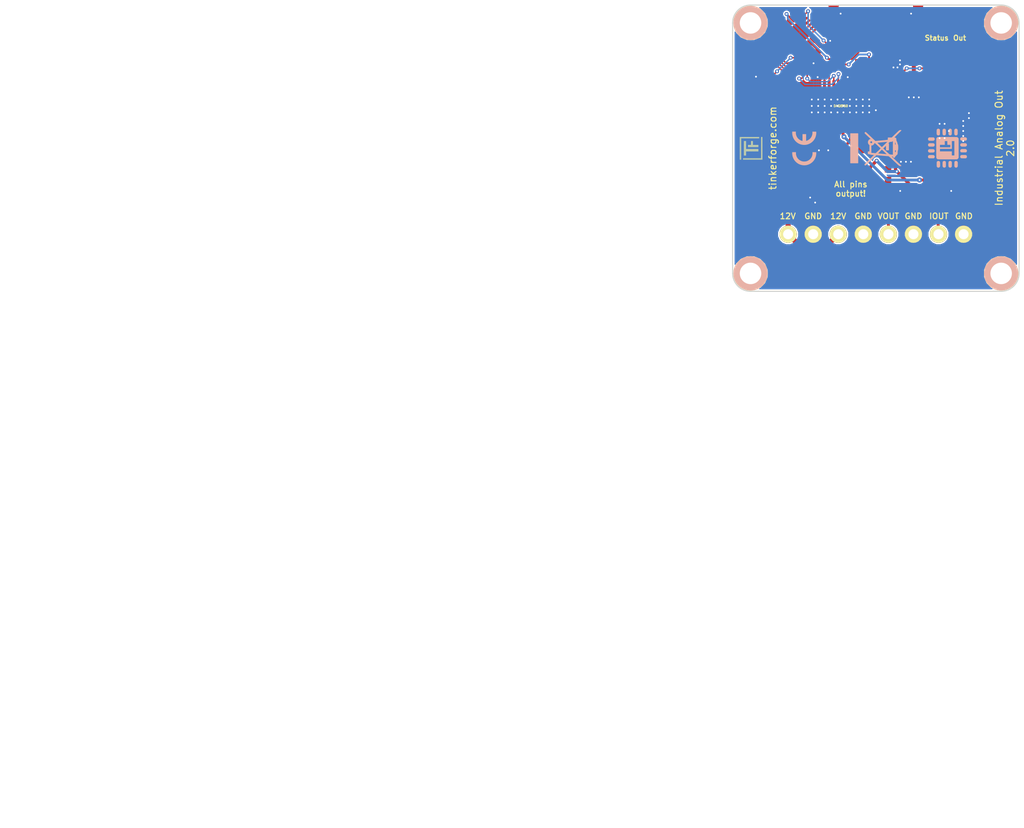
<source format=kicad_pcb>
(kicad_pcb (version 4) (host pcbnew 4.0.7-e2-6376~61~ubuntu18.04.1)
  (title_block (title "Industrial Analog Out") (date 2018-03-13) (rev 2.0) (company "Tinkerforge GmbH") (comment 1 "Copyright (©) 2018, L.Lauer <lukas@tinkerforge.com>"))
  (layers (0 F.Cu signal) (31 B.Cu signal hide) (34 B.Paste user) (35 F.Paste user) (36 B.SilkS user) (37 F.SilkS user) (38 B.Mask user) (39 F.Mask user) (44 Edge.Cuts user))
  (net 0 "")
  (net 1 3V3)
  (net 2 GND)
  (net 3 +5V)
  (net 4 "Net-(P1-Pad4)")
  (net 5 "Net-(P1-Pad5)")
  (net 6 "Net-(P1-Pad6)")
  (net 7 +12V)
  (net 8 "Net-(D2-Pad3)")
  (net 9 "Net-(D3-Pad3)")
  (net 10 "Net-(D4-Pad1)")
  (net 11 "Net-(R4-Pad2)")
  (net 12 "Net-(R5-Pad1)")
  (net 13 "Net-(R6-Pad2)")
  (net 14 "Net-(R8-Pad2)")
  (net 15 "Net-(D1-Pad1)")
  (net 16 "Net-(R1-Pad2)")
  (net 17 "Net-(C2-Pad2)")
  (net 18 "Net-(C4-Pad1)")
  (net 19 "Net-(C4-Pad2)")
  (net 20 "Net-(C8-Pad1)")
  (net 21 "Net-(C11-Pad1)")
  (net 22 "Net-(C11-Pad2)")
  (net 23 "Net-(L4-Pad2)")
  (net 24 "Net-(U3-Pad18)")
  (net 25 "Net-(U3-Pad20)")
  (net 26 "Net-(C12-Pad1)")
  (net 27 "Net-(D5-Pad2)")
  (net 28 "Net-(P3-Pad1)")
  (net 29 "Net-(P4-Pad2)")
  (net 30 S-MISO)
  (net 31 S-MOSI)
  (net 32 S-CLK)
  (net 33 S-CS)
  (net 34 M-CS)
  (net 35 M-CLK)
  (net 36 M-MISO)
  (net 37 M-MOSI)
  (net 38 P0.2)
  (net 39 "Net-(RP2-Pad6)")
  (net 40 "Net-(RP2-Pad7)")
  (net 41 "Net-(RP2-Pad8)")
  (net 42 "Net-(U2-Pad3)")
  (net 43 "Net-(U2-Pad4)")
  (net 44 "Net-(U2-Pad5)")
  (net 45 "Net-(U2-Pad6)")
  (net 46 "Net-(U2-Pad8)")
  (net 47 "Net-(U2-Pad16)")
  (net 48 "Net-(U2-Pad17)")
  (net 49 "Net-(U2-Pad19)")
  (net 50 "Net-(U2-Pad21)")
  (net 51 "Net-(U2-Pad2)")
  (net 52 "Net-(D6-Pad2)")
  (net 53 "Net-(RP3-Pad2)")
  (net 54 "Net-(RP3-Pad3)")
  (net 55 "Net-(RP3-Pad5)")
  (net 56 "Net-(RP3-Pad6)")
  (net 57 "Net-(RP3-Pad7)")
  (net 58 "Net-(RP3-Pad8)")
  (module tinkerforge:Fiducial_Mark (layer F.Cu) (at 117.1 112.5)
    (fp_text reference Fiducial_Mark hide)
    (fp_text value VAL** hide)
    (pad 1 smd circle (at 0 0) (size 1.00076 1.00076) (layers F.Cu F.Paste F.Mask) (clearance 0.65024))
  )
  (module tinkerforge:Fiducial_Mark (layer F.Cu) (at 154.1 87.5)
    (fp_text reference Fiducial_Mark hide)
    (fp_text value VAL** hide)
    (pad 1 smd circle (at 0 0) (size 1.00076 1.00076) (layers F.Cu F.Paste F.Mask) (clearance 0.65024))
  )
  (module tinkerforge:Fiducial_Mark (layer F.Cu) (at 117.1 87.5)
    (fp_text reference Fiducial_Mark hide)
    (fp_text value VAL** hide)
    (pad 1 smd circle (at 0 0) (size 1.00076 1.00076) (layers F.Cu F.Paste F.Mask) (clearance 0.65024))
  )
  (module logo:Logo_31x31 (layer F.Cu) (at 116.6 101.6 90)
    (fp_text reference G*** hide)
    (fp_text value Logo_31x31 hide)
  )
  (module kicad-libraries:R0603F (layer F.Cu) (at 143.4 104.45 180)
    (fp_text reference R8)
    (fp_text value 10)
    (pad 1 smd rect (at -0.75 0 180) (size 0.9 0.9) (layers F.Cu F.Paste F.Mask) (net 9 "Net-(D3-Pad3)"))
    (pad 2 smd rect (at 0.75 0 180) (size 0.9 0.9) (layers F.Cu F.Paste F.Mask) (net 14 "Net-(R8-Pad2)"))
  )
  (module kicad-libraries:R0603F (layer F.Cu) (at 132.3 99.5 90)
    (fp_text reference R7)
    (fp_text value 15)
    (pad 1 smd rect (at -0.75 0 90) (size 0.9 0.9) (layers F.Cu F.Paste F.Mask) (net 23 "Net-(L4-Pad2)"))
    (pad 2 smd rect (at 0.75 0 90) (size 0.9 0.9) (layers F.Cu F.Paste F.Mask) (net 21 "Net-(C11-Pad1)"))
  )
  (module kicad-libraries:R0603F (layer F.Cu) (at 133.6 99.5 90)
    (fp_text reference R6)
    (fp_text value 15)
    (pad 1 smd rect (at -0.75 0 90) (size 0.9 0.9) (layers F.Cu F.Paste F.Mask) (net 23 "Net-(L4-Pad2)"))
    (pad 2 smd rect (at 0.75 0 90) (size 0.9 0.9) (layers F.Cu F.Paste F.Mask) (net 13 "Net-(R6-Pad2)"))
  )
  (module kicad-libraries:R0603F (layer F.Cu) (at 127 99.5 270)
    (fp_text reference R5)
    (fp_text value DNP)
    (pad 1 smd rect (at -0.75 0 270) (size 0.9 0.9) (layers F.Cu F.Paste F.Mask) (net 12 "Net-(R5-Pad1)"))
    (pad 2 smd rect (at 0.75 0 270) (size 0.9 0.9) (layers F.Cu F.Paste F.Mask) (net 2 GND))
  )
  (module kicad-libraries:R0603F (layer F.Cu) (at 133.9 88 180)
    (fp_text reference R4)
    (fp_text value 10k)
    (pad 1 smd rect (at -0.75 0 180) (size 0.9 0.9) (layers F.Cu F.Paste F.Mask) (net 1 3V3))
    (pad 2 smd rect (at 0.75 0 180) (size 0.9 0.9) (layers F.Cu F.Paste F.Mask) (net 11 "Net-(R4-Pad2)"))
  )
  (module kicad-libraries:R0603F (layer F.Cu) (at 144.5 101.2)
    (fp_text reference R3)
    (fp_text value 118k)
    (pad 1 smd rect (at -0.75 0) (size 0.9 0.9) (layers F.Cu F.Paste F.Mask) (net 18 "Net-(C4-Pad1)"))
    (pad 2 smd rect (at 0.75 0) (size 0.9 0.9) (layers F.Cu F.Paste F.Mask) (net 19 "Net-(C4-Pad2)"))
  )
  (module kicad-libraries:R0603F (layer F.Cu) (at 147.4 99.9)
    (fp_text reference R2)
    (fp_text value 13.3k)
    (pad 1 smd rect (at -0.75 0) (size 0.9 0.9) (layers F.Cu F.Paste F.Mask) (net 19 "Net-(C4-Pad2)"))
    (pad 2 smd rect (at 0.75 0) (size 0.9 0.9) (layers F.Cu F.Paste F.Mask) (net 2 GND))
  )
  (module kicad-libraries:R0603F (layer F.Cu) (at 150.4 97.6 270)
    (fp_text reference R1)
    (fp_text value 1M)
    (pad 1 smd rect (at -0.75 0 270) (size 0.9 0.9) (layers F.Cu F.Paste F.Mask) (net 17 "Net-(C2-Pad2)"))
    (pad 2 smd rect (at 0.75 0 270) (size 0.9 0.9) (layers F.Cu F.Paste F.Mask) (net 16 "Net-(R1-Pad2)"))
  )
  (module kicad-libraries:C0603F (layer F.Cu) (at 137.3 103.7 90)
    (fp_text reference L4)
    (fp_text value FB)
    (pad 1 smd rect (at -0.75 0 90) (size 0.9 0.9) (layers F.Cu F.Paste F.Mask) (net 8 "Net-(D2-Pad3)"))
    (pad 2 smd rect (at 0.75 0 90) (size 0.9 0.9) (layers F.Cu F.Paste F.Mask) (net 23 "Net-(L4-Pad2)"))
  )
  (module kicad-libraries:C0603F (layer F.Cu) (at 140.6 97.6)
    (fp_text reference L3)
    (fp_text value FB)
    (pad 1 smd rect (at -0.75 0) (size 0.9 0.9) (layers F.Cu F.Paste F.Mask) (net 7 +12V))
    (pad 2 smd rect (at 0.75 0) (size 0.9 0.9) (layers F.Cu F.Paste F.Mask) (net 18 "Net-(C4-Pad1)"))
  )
  (module kicad-libraries:C0603F (layer F.Cu) (at 143.2 90.1 180)
    (fp_text reference L1)
    (fp_text value FB)
    (pad 1 smd rect (at -0.75 0 180) (size 0.9 0.9) (layers F.Cu F.Paste F.Mask) (net 17 "Net-(C2-Pad2)"))
    (pad 2 smd rect (at 0.75 0 180) (size 0.9 0.9) (layers F.Cu F.Paste F.Mask) (net 3 +5V))
  )
  (module kicad-libraries:C0603F (layer F.Cu) (at 130 99.5 90)
    (fp_text reference C11)
    (fp_text value 1nF)
    (pad 1 smd rect (at -0.75 0 90) (size 0.9 0.9) (layers F.Cu F.Paste F.Mask) (net 21 "Net-(C11-Pad1)"))
    (pad 2 smd rect (at 0.75 0 90) (size 0.9 0.9) (layers F.Cu F.Paste F.Mask) (net 22 "Net-(C11-Pad2)"))
  )
  (module kicad-libraries:C0603F (layer F.Cu) (at 135.6 96.3 270)
    (fp_text reference C10)
    (fp_text value 100pF)
    (pad 1 smd rect (at -0.75 0 270) (size 0.9 0.9) (layers F.Cu F.Paste F.Mask) (net 2 GND))
    (pad 2 smd rect (at 0.75 0 270) (size 0.9 0.9) (layers F.Cu F.Paste F.Mask) (net 7 +12V))
  )
  (module kicad-libraries:C0603F (layer F.Cu) (at 136.9 96.3 270)
    (fp_text reference C9)
    (fp_text value 100nF)
    (pad 1 smd rect (at -0.75 0 270) (size 0.9 0.9) (layers F.Cu F.Paste F.Mask) (net 2 GND))
    (pad 2 smd rect (at 0.75 0 270) (size 0.9 0.9) (layers F.Cu F.Paste F.Mask) (net 7 +12V))
  )
  (module kicad-libraries:C0603F (layer F.Cu) (at 128.3 99.5 270)
    (fp_text reference C8)
    (fp_text value 100nF)
    (pad 1 smd rect (at -0.75 0 270) (size 0.9 0.9) (layers F.Cu F.Paste F.Mask) (net 20 "Net-(C8-Pad1)"))
    (pad 2 smd rect (at 0.75 0 270) (size 0.9 0.9) (layers F.Cu F.Paste F.Mask) (net 2 GND))
  )
  (module kicad-libraries:C0603F (layer F.Cu) (at 133.9 89.3)
    (fp_text reference C6)
    (fp_text value 100nF)
    (pad 1 smd rect (at -0.75 0) (size 0.9 0.9) (layers F.Cu F.Paste F.Mask) (net 1 3V3))
    (pad 2 smd rect (at 0.75 0) (size 0.9 0.9) (layers F.Cu F.Paste F.Mask) (net 2 GND))
  )
  (module kicad-libraries:C0603F (layer F.Cu) (at 144.5 99.9)
    (fp_text reference C4)
    (fp_text value 270pF)
    (pad 1 smd rect (at -0.75 0) (size 0.9 0.9) (layers F.Cu F.Paste F.Mask) (net 18 "Net-(C4-Pad1)"))
    (pad 2 smd rect (at 0.75 0) (size 0.9 0.9) (layers F.Cu F.Paste F.Mask) (net 19 "Net-(C4-Pad2)"))
  )
  (module kicad-libraries:QFN24-4x4mm-0.5mm (layer F.Cu) (at 124.8 84 45)
    (fp_text reference U2)
    (fp_text value XMC11XX24)
    (pad 1 smd oval (at -2.025 -1.25 45) (size 1 0.3) (layers F.Cu F.Paste F.Mask) (net 38 P0.2))
    (pad 2 smd oval (at -2.025 -0.75 45) (size 1 0.3) (layers F.Cu F.Paste F.Mask) (net 51 "Net-(U2-Pad2)"))
    (pad 3 smd oval (at -2.025 -0.25 45) (size 1 0.3) (layers F.Cu F.Paste F.Mask) (net 42 "Net-(U2-Pad3)"))
    (pad 4 smd oval (at -2.025 0.25 45) (size 1 0.3) (layers F.Cu F.Paste F.Mask) (net 43 "Net-(U2-Pad4)"))
    (pad 5 smd oval (at -2.025 0.75 45) (size 1 0.3) (layers F.Cu F.Paste F.Mask) (net 44 "Net-(U2-Pad5)"))
    (pad 6 smd oval (at -2.025 1.25 45) (size 1 0.3) (layers F.Cu F.Paste F.Mask) (net 45 "Net-(U2-Pad6)"))
    (pad 7 smd oval (at -1.25 2.025 135) (size 1 0.3) (layers F.Cu F.Paste F.Mask) (net 29 "Net-(P4-Pad2)"))
    (pad 8 smd oval (at -0.75 2.025 135) (size 1 0.3) (layers F.Cu F.Paste F.Mask) (net 46 "Net-(U2-Pad8)"))
    (pad 9 smd oval (at -0.25 2.025 135) (size 1 0.3) (layers F.Cu F.Paste F.Mask) (net 2 GND))
    (pad 10 smd oval (at 0.25 2.025 135) (size 1 0.3) (layers F.Cu F.Paste F.Mask) (net 1 3V3))
    (pad 11 smd oval (at 0.75 2.025 135) (size 1 0.3) (layers F.Cu F.Paste F.Mask) (net 32 S-CLK))
    (pad 12 smd oval (at 1.25 2.025 135) (size 1 0.3) (layers F.Cu F.Paste F.Mask) (net 31 S-MOSI))
    (pad 13 smd oval (at 2.025 1.25 45) (size 1 0.3) (layers F.Cu F.Paste F.Mask) (net 55 "Net-(RP3-Pad5)"))
    (pad 14 smd oval (at 2.025 0.75 45) (size 1 0.3) (layers F.Cu F.Paste F.Mask) (net 58 "Net-(RP3-Pad8)"))
    (pad 15 smd oval (at 2.025 0.25 45) (size 1 0.3) (layers F.Cu F.Paste F.Mask) (net 28 "Net-(P3-Pad1)"))
    (pad 16 smd oval (at 2.025 -0.25 45) (size 1 0.3) (layers F.Cu F.Paste F.Mask) (net 47 "Net-(U2-Pad16)"))
    (pad 17 smd oval (at 2.025 -0.75 45) (size 1 0.3) (layers F.Cu F.Paste F.Mask) (net 48 "Net-(U2-Pad17)"))
    (pad 18 smd oval (at 2.025 -1.25 45) (size 1 0.3) (layers F.Cu F.Paste F.Mask) (net 30 S-MISO))
    (pad 19 smd oval (at 1.25 -2.025 135) (size 1 0.3) (layers F.Cu F.Paste F.Mask) (net 49 "Net-(U2-Pad19)"))
    (pad 20 smd oval (at 0.75 -2.025 135) (size 1 0.3) (layers F.Cu F.Paste F.Mask) (net 33 S-CS))
    (pad 21 smd oval (at 0.25 -2.025 135) (size 1 0.3) (layers F.Cu F.Paste F.Mask) (net 50 "Net-(U2-Pad21)"))
    (pad 22 smd oval (at -0.25 -2.025 135) (size 1 0.3) (layers F.Cu F.Paste F.Mask) (net 41 "Net-(RP2-Pad8)"))
    (pad 23 smd oval (at -0.75 -2.025 135) (size 1 0.3) (layers F.Cu F.Paste F.Mask) (net 40 "Net-(RP2-Pad7)"))
    (pad 24 smd oval (at -1.25 -2.025 135) (size 1 0.3) (layers F.Cu F.Paste F.Mask) (net 39 "Net-(RP2-Pad6)"))
    (pad EXP smd rect (at 0.65 0.65 45) (size 1.3 1.3) (layers F.Cu F.Paste F.Mask) (net 2 GND))
    (pad EXP smd rect (at 0.65 -0.65 45) (size 1.3 1.3) (layers F.Cu F.Paste F.Mask) (net 2 GND))
    (pad EXP smd rect (at -0.65 0.65 45) (size 1.3 1.3) (layers F.Cu F.Paste F.Mask) (net 2 GND))
    (pad EXP smd rect (at -0.65 -0.65 45) (size 1.3 1.3) (layers F.Cu F.Paste F.Mask) (net 2 GND))
  )
  (module kicad-libraries:4X0402 (layer F.Cu) (at 124.21 88.88 90)
    (fp_text reference RP2)
    (fp_text value 82)
    (pad 1 smd rect (at -0.7493 0.575 270) (size 0.29972 0.65) (layers F.Cu F.Paste F.Mask) (net 34 M-CS))
    (pad 2 smd rect (at -0.24892 0.575 270) (size 0.29972 0.65) (layers F.Cu F.Paste F.Mask) (net 35 M-CLK))
    (pad 3 smd rect (at 0.24892 0.575 270) (size 0.29972 0.65) (layers F.Cu F.Paste F.Mask) (net 36 M-MISO))
    (pad 4 smd rect (at 0.7493 0.575 270) (size 0.29972 0.65) (layers F.Cu F.Paste F.Mask) (net 37 M-MOSI))
    (pad 5 smd rect (at 0.7493 -0.575 90) (size 0.29972 0.65) (layers F.Cu F.Paste F.Mask) (net 38 P0.2))
    (pad 6 smd rect (at 0.24892 -0.575 90) (size 0.29972 0.65) (layers F.Cu F.Paste F.Mask) (net 39 "Net-(RP2-Pad6)"))
    (pad 7 smd rect (at -0.24892 -0.575 90) (size 0.29972 0.65) (layers F.Cu F.Paste F.Mask) (net 40 "Net-(RP2-Pad7)"))
    (pad 8 smd rect (at -0.7493 -0.575 90) (size 0.29972 0.65) (layers F.Cu F.Paste F.Mask) (net 41 "Net-(RP2-Pad8)"))
  )
  (module kicad-libraries:4X0402 (layer F.Cu) (at 130.4 86.8 90)
    (fp_text reference RP1)
    (fp_text value 82)
    (pad 1 smd rect (at -0.7493 0.575 270) (size 0.29972 0.65) (layers F.Cu F.Paste F.Mask) (net 4 "Net-(P1-Pad4)"))
    (pad 2 smd rect (at -0.24892 0.575 270) (size 0.29972 0.65) (layers F.Cu F.Paste F.Mask) (net 5 "Net-(P1-Pad5)"))
    (pad 3 smd rect (at 0.24892 0.575 270) (size 0.29972 0.65) (layers F.Cu F.Paste F.Mask) (net 6 "Net-(P1-Pad6)"))
    (pad 4 smd rect (at 0.7493 0.575 270) (size 0.29972 0.65) (layers F.Cu F.Paste F.Mask) (net 26 "Net-(C12-Pad1)"))
    (pad 5 smd rect (at 0.7493 -0.575 90) (size 0.29972 0.65) (layers F.Cu F.Paste F.Mask) (net 30 S-MISO))
    (pad 6 smd rect (at 0.24892 -0.575 90) (size 0.29972 0.65) (layers F.Cu F.Paste F.Mask) (net 31 S-MOSI))
    (pad 7 smd rect (at -0.24892 -0.575 90) (size 0.29972 0.65) (layers F.Cu F.Paste F.Mask) (net 32 S-CLK))
    (pad 8 smd rect (at -0.7493 -0.575 90) (size 0.29972 0.65) (layers F.Cu F.Paste F.Mask) (net 33 S-CS))
  )
  (module kicad-libraries:SolderJumper (layer F.Cu) (at 119.99 90.01)
    (fp_text reference P4)
    (fp_text value BOOT)
    (pad 2 smd rect (at 0.55 0) (size 0.3 1.4) (layers F.Cu F.Mask) (net 29 "Net-(P4-Pad2)"))
    (pad 2 smd rect (at 0.15 0) (size 0.6 0.5) (layers F.Cu F.Mask) (net 29 "Net-(P4-Pad2)"))
    (pad 1 smd rect (at -0.5 0) (size 0.4 1.4) (layers F.Cu F.Mask) (net 2 GND))
    (pad 1 smd rect (at -0.225 0.55) (size 0.95 0.3) (layers F.Cu F.Mask) (net 2 GND))
    (pad 1 smd rect (at -0.225 -0.55) (size 0.95 0.3) (layers F.Cu F.Mask) (net 2 GND))
  )
  (module kicad-libraries:DEBUG_PAD (layer F.Cu) (at 127.88 81.16)
    (fp_text reference P3)
    (fp_text value DEBUG)
    (pad 1 smd circle (at 0 0) (size 0.7 0.7) (layers F.Cu F.Paste F.Mask) (net 28 "Net-(P3-Pad1)"))
  )
  (module kicad-libraries:CON-SENSOR2 (layer F.Cu) (at 135.6 80 180)
    (fp_text reference P1)
    (fp_text value CON-SENSOR2)
    (pad 1 smd rect (at -3.75 -4.6 180) (size 0.6 1.8) (layers F.Cu F.Paste F.Mask) (net 3 +5V))
    (pad 2 smd rect (at -2.5 -4.6 180) (size 0.6 1.8) (layers F.Cu F.Paste F.Mask) (net 2 GND))
    (pad EP smd rect (at -5.9 -1.2 180) (size 1.4 2.4) (layers F.Cu F.Paste F.Mask) (net 2 GND))
    (pad EP smd rect (at 5.9 -1.2 180) (size 1.4 2.4) (layers F.Cu F.Paste F.Mask) (net 2 GND))
    (pad 3 smd rect (at -1.25 -4.6 180) (size 0.6 1.8) (layers F.Cu F.Paste F.Mask) (net 1 3V3))
    (pad 4 smd rect (at 0 -4.6 180) (size 0.6 1.8) (layers F.Cu F.Paste F.Mask) (net 4 "Net-(P1-Pad4)"))
    (pad 5 smd rect (at 1.25 -4.6 180) (size 0.6 1.8) (layers F.Cu F.Paste F.Mask) (net 5 "Net-(P1-Pad5)"))
    (pad 6 smd rect (at 2.5 -4.6 180) (size 0.6 1.8) (layers F.Cu F.Paste F.Mask) (net 6 "Net-(P1-Pad6)"))
    (pad 7 smd rect (at 3.75 -4.6 180) (size 0.6 1.8) (layers F.Cu F.Paste F.Mask) (net 26 "Net-(C12-Pad1)"))
  )
  (module kicad-libraries:D0603F (layer F.Cu) (at 144.1 82.5 270)
    (fp_text reference D5)
    (fp_text value blue)
    (pad 1 smd rect (at -0.75 0 270) (size 0.9 0.9) (layers F.Cu F.Paste F.Mask) (net 1 3V3))
    (pad 2 smd rect (at 0.75 0 270) (size 0.9 0.9) (layers F.Cu F.Paste F.Mask) (net 27 "Net-(D5-Pad2)"))
  )
  (module kicad-libraries:C0603F (layer F.Cu) (at 126.9 87.1 225)
    (fp_text reference C14)
    (fp_text value 100nF)
    (pad 1 smd rect (at -0.75 0 225) (size 0.9 0.9) (layers F.Cu F.Paste F.Mask) (net 1 3V3))
    (pad 2 smd rect (at 0.75 0 225) (size 0.9 0.9) (layers F.Cu F.Paste F.Mask) (net 2 GND))
  )
  (module kicad-libraries:C0603F (layer F.Cu) (at 137.49 87.99)
    (fp_text reference C13)
    (fp_text value 1uF)
    (pad 1 smd rect (at -0.75 0) (size 0.9 0.9) (layers F.Cu F.Paste F.Mask) (net 1 3V3))
    (pad 2 smd rect (at 0.75 0) (size 0.9 0.9) (layers F.Cu F.Paste F.Mask) (net 2 GND))
  )
  (module kicad-libraries:C0805 (layer F.Cu) (at 137.49 86.5)
    (fp_text reference C3)
    (fp_text value 10uF)
    (pad 1 smd rect (at -1.00076 0) (size 1.00076 1.24968) (layers F.Cu F.Paste F.Mask) (net 1 3V3) (clearance 0.14986))
    (pad 2 smd rect (at 1.00076 0) (size 1.00076 1.24968) (layers F.Cu F.Paste F.Mask) (net 2 GND) (clearance 0.14986))
  )
  (module kicad-libraries:NR3030 (layer F.Cu) (at 147.8 92.5)
    (fp_text reference L2)
    (fp_text value 10µH)
    (pad 1 smd rect (at -1.19982 0) (size 1 2.70002) (layers F.Cu F.Paste F.Mask) (net 15 "Net-(D1-Pad1)") (clearance 0.14986))
    (pad 2 smd rect (at 1.19982 0) (size 1 2.70002) (layers F.Cu F.Paste F.Mask) (net 17 "Net-(C2-Pad2)") (clearance 0.14986))
  )
  (module kicad-libraries:TSSOP24-44-PWR (layer F.Cu) (at 130.7 94.1 180)
    (fp_text reference U3 (at 0 0 180) (layer F.SilkS) (effects (font (size 0.29972 0.29972) (thickness 0.0762))))
    (fp_text value DACX760 (at 0 0 180) (layer F.SilkS) (effects (font (size 0.29972 0.29972) (thickness 0.07493))))
    (pad 1 smd rect (at -3.57378 2.92354) (size 0.39878 1.34874) (layers F.Cu F.Paste F.Mask) (net 2 GND))
    (pad 2 smd rect (at -2.92354 2.92354) (size 0.39878 1.34874) (layers F.Cu F.Paste F.Mask) (net 1 3V3))
    (pad 3 smd rect (at -2.2733 2.92354) (size 0.39878 1.34874) (layers F.Cu F.Paste F.Mask) (net 11 "Net-(R4-Pad2)"))
    (pad 4 smd rect (at -1.62306 2.92354) (size 0.39878 1.34874) (layers F.Cu F.Paste F.Mask) (net 2 GND))
    (pad 5 smd rect (at -0.97282 2.92354) (size 0.39878 1.34874) (layers F.Cu F.Paste F.Mask) (net 2 GND))
    (pad 6 smd rect (at -0.32258 2.92354) (size 0.39878 1.34874) (layers F.Cu F.Paste F.Mask) (net 2 GND))
    (pad 7 smd rect (at 0.32258 2.92354) (size 0.39878 1.34874) (layers F.Cu F.Paste F.Mask) (net 34 M-CS))
    (pad 8 smd rect (at 0.97282 2.92354) (size 0.39878 1.34874) (layers F.Cu F.Paste F.Mask) (net 35 M-CLK))
    (pad 9 smd rect (at 1.62306 2.92354) (size 0.39878 1.34874) (layers F.Cu F.Paste F.Mask) (net 37 M-MOSI))
    (pad 10 smd rect (at 2.2733 2.92354) (size 0.39878 1.34874) (layers F.Cu F.Paste F.Mask) (net 36 M-MISO))
    (pad 11 smd rect (at 2.92354 2.92354) (size 0.39878 1.34874) (layers F.Cu F.Paste F.Mask) (net 2 GND))
    (pad 12 smd rect (at 3.57378 2.92354) (size 0.39878 1.34874) (layers F.Cu F.Paste F.Mask) (net 2 GND))
    (pad 13 smd rect (at 3.57378 -2.92354 180) (size 0.39878 1.34874) (layers F.Cu F.Paste F.Mask) (net 12 "Net-(R5-Pad1)"))
    (pad 14 smd rect (at 2.92354 -2.92354 180) (size 0.39878 1.34874) (layers F.Cu F.Paste F.Mask) (net 20 "Net-(C8-Pad1)"))
    (pad 15 smd rect (at 2.2733 -2.92354 180) (size 0.39878 1.34874) (layers F.Cu F.Paste F.Mask) (net 20 "Net-(C8-Pad1)"))
    (pad 16 smd rect (at 1.62306 -2.92354 180) (size 0.39878 1.34874) (layers F.Cu F.Paste F.Mask) (net 2 GND))
    (pad 17 smd rect (at 0.97282 -2.92354 180) (size 0.39878 1.34874) (layers F.Cu F.Paste F.Mask) (net 22 "Net-(C11-Pad2)"))
    (pad 18 smd rect (at 0.32258 -2.92354 180) (size 0.39878 1.34874) (layers F.Cu F.Paste F.Mask) (net 24 "Net-(U3-Pad18)"))
    (pad 19 smd rect (at -0.32258 -2.92354 180) (size 0.39878 1.34874) (layers F.Cu F.Paste F.Mask) (net 14 "Net-(R8-Pad2)"))
    (pad 20 smd rect (at -0.97282 -2.92354 180) (size 0.39878 1.34874) (layers F.Cu F.Paste F.Mask) (net 25 "Net-(U3-Pad20)"))
    (pad 21 smd rect (at -1.62306 -2.92354 180) (size 0.39878 1.34874) (layers F.Cu F.Paste F.Mask) (net 21 "Net-(C11-Pad1)"))
    (pad 22 smd rect (at -2.2733 -2.92354 180) (size 0.39878 1.34874) (layers F.Cu F.Paste F.Mask) (net 13 "Net-(R6-Pad2)"))
    (pad 23 smd rect (at -2.92354 -2.92354 180) (size 0.39878 1.34874) (layers F.Cu F.Paste F.Mask) (net 2 GND))
    (pad 24 smd rect (at -3.57378 -2.92354 180) (size 0.39878 1.34874) (layers F.Cu F.Paste F.Mask) (net 7 +12V))
    (pad 1 smd rect (at 0 0 180) (size 5.26 3.2) (layers F.Cu F.Paste F.Mask) (net 2 GND))
  )
  (module kicad-libraries:C1206 (layer F.Cu) (at 125.275 105.025 180)
    (fp_text reference F1)
    (fp_text value OZCJ0035FF2G)
    (pad 1 smd rect (at -1.50114 0 180) (size 1.00076 1.6002) (layers F.Cu F.Paste F.Mask) (net 7 +12V))
    (pad 2 smd rect (at 1.50114 0 180) (size 1.00076 1.6002) (layers F.Cu F.Paste F.Mask) (net 10 "Net-(D4-Pad1)"))
  )
  (module kicad-libraries:SOT23-3 (layer F.Cu) (at 144.3 107)
    (fp_text reference D3)
    (fp_text value DESD1P0RFW)
    (pad 1 smd rect (at 0.889 -1.016) (size 0.9144 0.9144) (layers F.Cu F.Paste F.Mask) (net 2 GND))
    (pad 2 smd rect (at -0.889 -1.016) (size 0.9144 0.9144) (layers F.Cu F.Paste F.Mask) (net 7 +12V))
    (pad 3 smd rect (at 0 1.00076) (size 0.9144 0.9144) (layers F.Cu F.Paste F.Mask) (net 9 "Net-(D3-Pad3)"))
  )
  (module kicad-libraries:SOT23-3 (layer F.Cu) (at 137.3 107)
    (fp_text reference D2)
    (fp_text value DESD1P0RFW)
    (pad 1 smd rect (at 0.889 -1.016) (size 0.9144 0.9144) (layers F.Cu F.Paste F.Mask) (net 2 GND))
    (pad 2 smd rect (at -0.889 -1.016) (size 0.9144 0.9144) (layers F.Cu F.Paste F.Mask) (net 7 +12V))
    (pad 3 smd rect (at 0 1.00076) (size 0.9144 0.9144) (layers F.Cu F.Paste F.Mask) (net 8 "Net-(D2-Pad3)"))
  )
  (module kicad-libraries:SOD-123 (layer F.Cu) (at 144.3 95 180)
    (fp_text reference D1)
    (fp_text value B0520LW)
    (pad 1 smd rect (at -1.84912 0 180) (size 1.19888 0.70104) (layers F.Cu F.Paste F.Mask) (net 15 "Net-(D1-Pad1)") (clearance 0.14986))
    (pad 2 smd rect (at 1.84912 0 180) (size 1.19888 0.70104) (layers F.Cu F.Paste F.Mask) (net 18 "Net-(C4-Pad1)") (clearance 0.14986))
  )
  (module kicad-libraries:SOD-323 (layer F.Cu) (at 125.1 107.6)
    (fp_text reference D4)
    (fp_text value CDSOD323-T15SC)
    (pad 1 smd rect (at -1.3208 0) (size 0.762 0.6858) (layers F.Cu F.Paste F.Mask) (net 10 "Net-(D4-Pad1)"))
    (pad 2 smd rect (at 1.3208 0) (size 0.762 0.6858) (layers F.Cu F.Paste F.Mask) (net 2 GND))
  )
  (module kicad-libraries:OQ_8P (layer F.Cu) (at 135.6 112.025)
    (fp_text reference P2)
    (fp_text value CONN_8)
    (pad 2 thru_hole circle (at -8.7503 0) (size 2.4003 2.4003) (drill 1.39954) (layers *.Cu *.Mask F.SilkS) (net 2 GND))
    (pad 3 thru_hole circle (at -5.25018 0) (size 2.4003 2.4003) (drill 1.39954) (layers *.Cu *.Mask F.SilkS) (net 10 "Net-(D4-Pad1)"))
    (pad 4 thru_hole circle (at -1.75006 0) (size 2.4003 2.4003) (drill 1.39954) (layers *.Cu *.Mask F.SilkS) (net 2 GND))
    (pad 1 thru_hole circle (at -12.25042 0) (size 2.4003 2.4003) (drill 1.39954) (layers *.Cu *.Mask F.SilkS) (net 10 "Net-(D4-Pad1)"))
    (pad 5 thru_hole circle (at 1.75006 0) (size 2.4003 2.4003) (drill 1.39954) (layers *.Cu *.Mask F.SilkS) (net 8 "Net-(D2-Pad3)"))
    (pad 6 thru_hole circle (at 5.25018 0) (size 2.4003 2.4003) (drill 1.39954) (layers *.Cu *.Mask F.SilkS) (net 2 GND))
    (pad 7 thru_hole circle (at 8.7503 0) (size 2.4003 2.4003) (drill 1.39954) (layers *.Cu *.Mask F.SilkS) (net 9 "Net-(D3-Pad3)"))
    (pad 8 thru_hole circle (at 12.25042 0) (size 2.4003 2.4003) (drill 1.39954) (layers *.Cu *.Mask F.SilkS) (net 2 GND))
  )
  (module kicad-libraries:DRILL_NP (layer F.Cu) (at 118.1 117.5)
    (fp_text reference U4 hide)
    (fp_text value DRILL hide)
    (pad "" np_thru_hole circle (at 0 0) (size 2.99974 2.99974) (drill 2.99974) (layers *.Cu *.Mask F.SilkS) (clearance 0.89916))
  )
  (module kicad-libraries:DRILL_NP (layer F.Cu) (at 153.1 117.5)
    (fp_text reference U5 hide)
    (fp_text value DRILL hide)
    (pad "" np_thru_hole circle (at 0 0) (size 2.99974 2.99974) (drill 2.99974) (layers *.Cu *.Mask F.SilkS) (clearance 0.89916))
  )
  (module kicad-libraries:DRILL_NP (layer F.Cu) (at 153.1 82.5)
    (fp_text reference U6 hide)
    (fp_text value DRILL hide)
    (pad "" np_thru_hole circle (at 0 0) (size 2.99974 2.99974) (drill 2.99974) (layers *.Cu *.Mask F.SilkS) (clearance 0.89916))
  )
  (module kicad-libraries:DRILL_NP (layer F.Cu) (at 118.1 82.5)
    (fp_text reference U7 hide)
    (fp_text value DRILL hide)
    (pad "" np_thru_hole circle (at 0 0) (size 2.99974 2.99974) (drill 2.99974) (layers *.Cu *.Mask F.SilkS) (clearance 0.89916))
  )
  (module kicad-libraries:CE_5mm (layer B.Cu) (at 125.6 100 90)
    (fp_text reference VAL hide)
    (fp_text value CE_5mm hide)
  )
  (module kicad-libraries:SOT23-5 (layer F.Cu) (at 147.8 97.6 270)
    (fp_text reference U1)
    (fp_text value LMR62014X)
    (pad 1 smd rect (at -0.94996 1.19888 270) (size 0.50038 0.8001) (layers F.Cu F.Paste F.Mask) (net 15 "Net-(D1-Pad1)"))
    (pad 2 smd rect (at 0 1.19888 270) (size 0.50038 0.8001) (layers F.Cu F.Paste F.Mask) (net 2 GND))
    (pad 3 smd rect (at 0.94996 1.19888 270) (size 0.50038 0.8001) (layers F.Cu F.Paste F.Mask) (net 19 "Net-(C4-Pad2)"))
    (pad 5 smd rect (at -0.94996 -1.19888 270) (size 0.50038 0.8001) (layers F.Cu F.Paste F.Mask) (net 17 "Net-(C2-Pad2)"))
    (pad 4 smd rect (at 0.94996 -1.19888 270) (size 0.50038 0.8001) (layers F.Cu F.Paste F.Mask) (net 16 "Net-(R1-Pad2)"))
  )
  (module kicad-libraries:C0805 (layer F.Cu) (at 140.9 91.1 90)
    (fp_text reference C1)
    (fp_text value 4.7µF)
    (pad 1 smd rect (at -1.00076 0 90) (size 1.00076 1.24968) (layers F.Cu F.Paste F.Mask) (net 2 GND) (clearance 0.14986))
    (pad 2 smd rect (at 1.00076 0 90) (size 1.00076 1.24968) (layers F.Cu F.Paste F.Mask) (net 3 +5V) (clearance 0.14986))
  )
  (module kicad-libraries:C0805 (layer F.Cu) (at 148.8 95.1)
    (fp_text reference C2)
    (fp_text value 4.7µF)
    (pad 1 smd rect (at -1.00076 0) (size 1.00076 1.24968) (layers F.Cu F.Paste F.Mask) (net 2 GND) (clearance 0.14986))
    (pad 2 smd rect (at 1.00076 0) (size 1.00076 1.24968) (layers F.Cu F.Paste F.Mask) (net 17 "Net-(C2-Pad2)") (clearance 0.14986))
  )
  (module kicad-libraries:C0805 (layer F.Cu) (at 143.9 97.6 180)
    (fp_text reference C5)
    (fp_text value 4.7µF)
    (pad 1 smd rect (at -1.00076 0 180) (size 1.00076 1.24968) (layers F.Cu F.Paste F.Mask) (net 2 GND) (clearance 0.14986))
    (pad 2 smd rect (at 1.00076 0 180) (size 1.00076 1.24968) (layers F.Cu F.Paste F.Mask) (net 18 "Net-(C4-Pad1)") (clearance 0.14986))
  )
  (module kicad-libraries:C0805 (layer F.Cu) (at 139.8 100.1 90)
    (fp_text reference C7)
    (fp_text value 4.7µF)
    (pad 1 smd rect (at -1.00076 0 90) (size 1.00076 1.24968) (layers F.Cu F.Paste F.Mask) (net 2 GND) (clearance 0.14986))
    (pad 2 smd rect (at 1.00076 0 90) (size 1.00076 1.24968) (layers F.Cu F.Paste F.Mask) (net 7 +12V) (clearance 0.14986))
  )
  (module kicad-libraries:WEEE_7mm (layer B.Cu) (at 135.6 100 90)
    (fp_text reference VAL hide)
    (fp_text value WEEE_7mm_back hide)
  )
  (module kicad-libraries:Logo_CoMCU (layer B.Cu) (at 145.6 100 90)
    (fp_text reference G*** hide)
    (fp_text value LOGO hide)
  )
  (module kicad-libraries:D0603F (layer F.Cu) (at 147.3 82.5 270)
    (fp_text reference D6)
    (fp_text value blue)
    (pad 1 smd rect (at -0.75 0 270) (size 0.9 0.9) (layers F.Cu F.Paste F.Mask) (net 1 3V3))
    (pad 2 smd rect (at 0.75 0 270) (size 0.9 0.9) (layers F.Cu F.Paste F.Mask) (net 52 "Net-(D6-Pad2)"))
  )
  (module kicad-libraries:4X0603 (layer F.Cu) (at 144.4 87.1 270)
    (fp_text reference RP3)
    (fp_text value 1k)
    (pad 1 smd rect (at -1.19888 -0.8509 270) (size 0.44958 0.89916) (layers F.Cu F.Paste F.Mask) (net 27 "Net-(D5-Pad2)"))
    (pad 2 smd rect (at -0.39878 -0.8509 270) (size 0.44958 0.89916) (layers F.Cu F.Paste F.Mask) (net 53 "Net-(RP3-Pad2)"))
    (pad 3 smd rect (at 0.39878 -0.8509 270) (size 0.44958 0.89916) (layers F.Cu F.Paste F.Mask) (net 54 "Net-(RP3-Pad3)"))
    (pad 4 smd rect (at 1.19888 -0.8509 270) (size 0.44958 0.89916) (layers F.Cu F.Paste F.Mask) (net 52 "Net-(D6-Pad2)"))
    (pad 5 smd rect (at 1.19888 0.8509 270) (size 0.44958 0.89916) (layers F.Cu F.Paste F.Mask) (net 55 "Net-(RP3-Pad5)"))
    (pad 6 smd rect (at 0.39878 0.8509 270) (size 0.44958 0.89916) (layers F.Cu F.Paste F.Mask) (net 56 "Net-(RP3-Pad6)"))
    (pad 7 smd rect (at -0.39878 0.8509 270) (size 0.44958 0.89916) (layers F.Cu F.Paste F.Mask) (net 57 "Net-(RP3-Pad7)"))
    (pad 8 smd rect (at -1.19888 0.8509 270) (size 0.44958 0.89916) (layers F.Cu F.Paste F.Mask) (net 58 "Net-(RP3-Pad8)"))
  )
  (module kicad-libraries:C0402F (layer F.Cu) (at 130.3 85 180)
    (fp_text reference C12)
    (fp_text value 220pF)
    (pad 2 smd rect (at 0.5 0 180) (size 0.6 0.7) (layers F.Cu F.Paste F.Mask) (net 2 GND))
    (pad 1 smd rect (at -0.5 0 180) (size 0.6 0.7) (layers F.Cu F.Paste F.Mask) (net 26 "Net-(C12-Pad1)"))
  )
  (gr_text Out (at 147.3 84.6) (layer F.SilkS) (effects (font (size 0.7 0.7))))
  (gr_text Status (at 144.1 84.6) (layer F.SilkS) (effects (font (size 0.7 0.7))))
  (gr_text "All pins\noutput!" (at 132.1 105.7) (layer F.SilkS) (effects (font (size 0.8 0.8))))
  (gr_text "Industrial Analog Out\n2.0" (at 153.6 100 90) (layer F.SilkS) (effects (font (size 1 1))))
  (gr_text tinkerforge.com (at 121.2 100 90) (layer F.SilkS) (effects (font (size 1 1))))
  (gr_text VOUT (at 137.35 109.5) (layer F.SilkS) (effects (font (size 0.8 0.8))))
  (gr_text GND (at 133.85 109.5) (layer F.SilkS) (effects (font (size 0.8 0.8))))
  (gr_text IOUT (at 144.4 109.5) (layer F.SilkS) (effects (font (size 0.8 0.8))))
  (gr_text GND (at 147.9 109.5) (layer F.SilkS) (effects (font (size 0.8 0.8))))
  (gr_text GND (at 140.85 109.5) (layer F.SilkS) (effects (font (size 0.8 0.8))))
  (gr_text 12V (at 130.35 109.5) (layer F.SilkS) (effects (font (size 0.8 0.8))))
  (gr_text GND (at 126.85 109.5) (layer F.SilkS) (effects (font (size 0.8 0.8))))
  (gr_text 12V (at 123.3 109.5) (layer F.SilkS) (effects (font (size 0.8 0.8))))
  (gr_line (start 155.6 117.5) (end 155.6 82.5) (angle 90) (layer Edge.Cuts) (width 0.15))
  (gr_line (start 118.1 120) (end 153.1 120) (angle 90) (layer Edge.Cuts) (width 0.15))
  (gr_line (start 115.6 82.5) (end 115.6 117.5) (angle 90) (layer Edge.Cuts) (width 0.15))
  (gr_line (start 153.1 80) (end 118.1 80) (angle 90) (layer Edge.Cuts) (width 0.15))
  (gr_arc (start 153.1 82.5) (end 153.1 80) (angle 90) (layer Edge.Cuts) (width 0.15))
  (gr_arc (start 118.1 82.5) (end 115.6 82.5) (angle 90) (layer Edge.Cuts) (width 0.15))
  (gr_arc (start 118.1 117.5) (end 118.1 120) (angle 90) (layer Edge.Cuts) (width 0.15))
  (gr_arc (start 153.1 117.5) (end 155.6 117.5) (angle 90) (layer Edge.Cuts) (width 0.15))
  (segment (start 141.7 88.85) (end 147.25 88.85) (width 0.254) (layer F.Cu) (net 1))
  (via (at 141.7 88.85) (size 0.55) (drill 0.25) (layers F.Cu B.Cu) (net 1))
  (segment (start 141.7 88.85) (end 139.91 88.85) (width 0.25) (layer B.Cu) (net 1))
  (via (at 139.91 88.85) (size 0.55) (drill 0.25) (layers F.Cu B.Cu) (net 1))
  (segment (start 139.91 88.85) (end 139.36 89.4) (width 0.25) (layer F.Cu) (net 1))
  (segment (start 139.36 89.4) (end 137.21 89.4) (width 0.25) (layer F.Cu) (net 1))
  (segment (start 137.21 89.4) (end 136.74 88.93) (width 0.25) (layer F.Cu) (net 1))
  (segment (start 136.74 87.99) (end 136.74 88.93) (width 0.25) (layer F.Cu) (net 1))
  (segment (start 148.6 82.7) (end 147.65 81.75) (width 0.254) (layer F.Cu) (net 1))
  (segment (start 148.6 87.5) (end 148.6 82.7) (width 0.254) (layer F.Cu) (net 1))
  (segment (start 147.25 88.85) (end 148.6 87.5) (width 0.254) (layer F.Cu) (net 1))
  (segment (start 147.65 81.75) (end 147.3 81.75) (width 0.254) (layer F.Cu) (net 1))
  (segment (start 144.1 81.75) (end 147.3 81.75) (width 0.254) (layer F.Cu) (net 1))
  (segment (start 127.43033 86.56967) (end 127.43033 86.57033) (width 0.25) (layer F.Cu) (net 1))
  (segment (start 127.43033 86.57033) (end 128.05 87.19) (width 0.25) (layer F.Cu) (net 1))
  (segment (start 128.9 88.3) (end 129.18 88.3) (width 0.25) (layer F.Cu) (net 1))
  (segment (start 128.05 87.45) (end 128.9 88.3) (width 0.25) (layer F.Cu) (net 1))
  (segment (start 128.05 87.19) (end 128.05 87.45) (width 0.25) (layer F.Cu) (net 1))
  (segment (start 127.43033 86.56967) (end 127.44967 86.56967) (width 0.3) (layer F.Cu) (net 1))
  (segment (start 134.65 86.92) (end 134.65 88) (width 0.25) (layer F.Cu) (net 1))
  (segment (start 134.64 86.91) (end 134.65 86.92) (width 0.3) (layer F.Cu) (net 1))
  (via (at 134.64 86.91) (size 0.55) (drill 0.25) (layers F.Cu B.Cu) (net 1))
  (segment (start 133.19 86.91) (end 134.64 86.91) (width 0.25) (layer B.Cu) (net 1))
  (segment (start 131.8 88.3) (end 133.19 86.91) (width 0.25) (layer B.Cu) (net 1))
  (via (at 131.8 88.3) (size 0.55) (drill 0.25) (layers F.Cu B.Cu) (net 1))
  (segment (start 129.18 88.3) (end 131.8 88.3) (width 0.25) (layer F.Cu) (net 1))
  (segment (start 133.15 89.3) (end 133.25 89.3) (width 0.3) (layer F.Cu) (net 1))
  (segment (start 133.25 89.3) (end 134.55 88) (width 0.3) (layer F.Cu) (net 1))
  (segment (start 134.55 88) (end 134.65 88) (width 0.3) (layer F.Cu) (net 1))
  (segment (start 134.65 88) (end 136.73 88) (width 0.55) (layer F.Cu) (net 1))
  (segment (start 136.73 88) (end 136.74 87.99) (width 0.55) (layer F.Cu) (net 1))
  (segment (start 136.48924 86.5) (end 136.48924 87.15924) (width 0.5) (layer F.Cu) (net 1))
  (segment (start 136.74 87.41) (end 136.74 87.99) (width 0.5) (layer F.Cu) (net 1))
  (segment (start 136.48924 87.15924) (end 136.74 87.41) (width 0.5) (layer F.Cu) (net 1))
  (segment (start 136.85 84.6) (end 136.85 85.61) (width 0.5) (layer F.Cu) (net 1))
  (segment (start 136.85 85.61) (end 136.48924 85.97076) (width 0.5) (layer F.Cu) (net 1))
  (segment (start 136.48924 85.97076) (end 136.48924 86.5) (width 0.5) (layer F.Cu) (net 1))
  (segment (start 127.43033 86.56967) (end 127.43033 86.276777) (width 0.2) (layer F.Cu) (net 1))
  (segment (start 127.43033 86.276777) (end 126.408668 85.255115) (width 0.2) (layer F.Cu) (net 1))
  (segment (start 133.62354 89.82364) (end 133.0999 89.3) (width 0.4) (layer F.Cu) (net 1))
  (segment (start 133.35 89.3) (end 133.0999 89.3) (width 0.4) (layer F.Cu) (net 1))
  (segment (start 133.62354 91.17646) (end 133.62354 89.82364) (width 0.4) (layer F.Cu) (net 1))
  (segment (start 134.7001 88) (end 134.65 88) (width 0.4) (layer F.Cu) (net 1))
  (segment (start 129.8 85) (end 129.22 85) (width 0.55) (layer F.Cu) (net 2))
  (via (at 129.22 85) (size 0.55) (drill 0.25) (layers F.Cu B.Cu) (net 2))
  (segment (start 128.3 100.25) (end 127.7 100.25) (width 0.55) (layer F.Cu) (net 2))
  (segment (start 127.7 100.25) (end 127.65 100.3) (width 0.55) (layer F.Cu) (net 2))
  (segment (start 127 100.25) (end 127.6 100.25) (width 0.55) (layer F.Cu) (net 2))
  (segment (start 127.6 100.25) (end 127.65 100.3) (width 0.55) (layer F.Cu) (net 2))
  (segment (start 119.49 90.01) (end 118.86 90.01) (width 0.2) (layer F.Cu) (net 2))
  (via (at 118.86 90.01) (size 0.55) (drill 0.25) (layers F.Cu B.Cu) (net 2))
  (segment (start 119.49 90.01) (end 119.49 89.64) (width 0.2) (layer F.Cu) (net 2))
  (segment (start 119.49 89.64) (end 119.65 89.48) (width 0.2) (layer F.Cu) (net 2))
  (segment (start 119.65 89.48) (end 119.81 89.48) (width 0.2) (layer F.Cu) (net 2))
  (segment (start 119.81 89.48) (end 119.765 89.46) (width 0.2) (layer F.Cu) (net 2))
  (segment (start 119.765 90.56) (end 119.63 90.56) (width 0.2) (layer F.Cu) (net 2))
  (segment (start 119.63 90.56) (end 119.49 90.42) (width 0.2) (layer F.Cu) (net 2))
  (segment (start 119.49 90.42) (end 119.49 90.01) (width 0.2) (layer F.Cu) (net 2))
  (segment (start 131.67282 91.17646) (end 131.67282 90.07718) (width 0.3) (layer F.Cu) (net 2))
  (via (at 131.67282 90.07718) (size 0.55) (drill 0.25) (layers F.Cu B.Cu) (net 2))
  (segment (start 131.67282 90.07718) (end 131.67 90.08) (width 0.25) (layer B.Cu) (net 2))
  (segment (start 126.36967 87.63033) (end 126.39033 87.63033) (width 0.55) (layer F.Cu) (net 2))
  (segment (start 126.39033 87.63033) (end 126.9 88.14) (width 0.55) (layer F.Cu) (net 2))
  (via (at 126.9 88.14) (size 0.55) (drill 0.25) (layers F.Cu B.Cu) (net 2))
  (via (at 127.65 100.3) (size 0.55) (drill 0.25) (layers F.Cu B.Cu) (net 2))
  (segment (start 126.425 106.9) (end 126.425 101.525) (width 0.254) (layer B.Cu) (net 2))
  (segment (start 126.425 101.525) (end 127.65 100.3) (width 0.254) (layer B.Cu) (net 2))
  (segment (start 127.77646 91.17646) (end 127.77646 90.37646) (width 0.3) (layer F.Cu) (net 2))
  (segment (start 127.12622 90.41378) (end 127.47 90.07) (width 0.3) (layer F.Cu) (net 2))
  (segment (start 127.12622 90.41378) (end 127.12622 91.17646) (width 0.3) (layer F.Cu) (net 2))
  (via (at 127.47 90.07) (size 0.55) (drill 0.25) (layers F.Cu B.Cu) (net 2))
  (segment (start 127.77646 90.37646) (end 127.47 90.07) (width 0.3) (layer F.Cu) (net 2))
  (segment (start 129.7 81.2) (end 130.68 81.2) (width 0.55) (layer F.Cu) (net 2))
  (via (at 130.68 81.2) (size 0.55) (drill 0.25) (layers F.Cu B.Cu) (net 2))
  (segment (start 141.5 81.2) (end 140.52 81.2) (width 0.55) (layer F.Cu) (net 2))
  (via (at 140.52 81.2) (size 0.55) (drill 0.25) (layers F.Cu B.Cu) (net 2))
  (segment (start 124.8 83.080761) (end 125.719239 84) (width 0.2) (layer F.Cu) (net 2))
  (segment (start 125.719239 84) (end 124.8 84.919239) (width 0.2) (layer F.Cu) (net 2))
  (segment (start 123.880761 84) (end 124.8 83.080761) (width 0.2) (layer F.Cu) (net 2))
  (segment (start 124.8 84.919239) (end 123.880761 84) (width 0.2) (layer F.Cu) (net 2))
  (segment (start 126.055115 85.608668) (end 126.048668 85.608668) (width 0.2) (layer F.Cu) (net 2))
  (segment (start 126.048668 85.608668) (end 125.359239 84.919239) (width 0.2) (layer F.Cu) (net 2))
  (segment (start 125.359239 84.919239) (end 124.8 84.919239) (width 0.2) (layer F.Cu) (net 2))
  (segment (start 138.97 88.29) (end 138.97 87.73) (width 0.55) (layer F.Cu) (net 2))
  (segment (start 138.71 87.99) (end 138.24 87.99) (width 0.55) (layer F.Cu) (net 2))
  (via (at 138.97 87.73) (size 0.55) (drill 0.25) (layers F.Cu B.Cu) (net 2))
  (segment (start 138.71 87.99) (end 138.97 87.73) (width 0.5) (layer F.Cu) (net 2))
  (via (at 138.97 88.29) (size 0.55) (drill 0.25) (layers F.Cu B.Cu) (net 2))
  (segment (start 138.97 88.29) (end 138.97 88.37) (width 0.5) (layer F.Cu) (net 2))
  (segment (start 138.67 87.99) (end 138.97 88.29) (width 0.5) (layer F.Cu) (net 2))
  (via (at 138.62 88.72) (size 0.55) (drill 0.25) (layers F.Cu B.Cu) (net 2))
  (segment (start 138.62 88.72) (end 138.24 88.34) (width 0.5) (layer F.Cu) (net 2))
  (via (at 138.06 88.72) (size 0.55) (drill 0.25) (layers F.Cu B.Cu) (net 2))
  (segment (start 138.24 88.54) (end 138.06 88.72) (width 0.5) (layer F.Cu) (net 2))
  (segment (start 138.24 88.54) (end 138.24 87.99) (width 0.5) (layer F.Cu) (net 2))
  (segment (start 138.06 88.72) (end 138.62 88.72) (width 0.55) (layer F.Cu) (net 2))
  (segment (start 138.97 88.37) (end 138.62 88.72) (width 0.55) (layer F.Cu) (net 2))
  (segment (start 138.06 88.17) (end 138.06 88.72) (width 0.55) (layer F.Cu) (net 2))
  (segment (start 138.24 87.99) (end 138.24 88.34) (width 0.5) (layer F.Cu) (net 2))
  (segment (start 138.24 87.99) (end 138.67 87.99) (width 0.5) (layer F.Cu) (net 2))
  (segment (start 138.49076 86.5) (end 138.49076 87.15924) (width 0.5) (layer F.Cu) (net 2))
  (segment (start 138.24 87.41) (end 138.24 87.99) (width 0.5) (layer F.Cu) (net 2))
  (segment (start 138.49076 87.15924) (end 138.24 87.41) (width 0.5) (layer F.Cu) (net 2))
  (segment (start 138.1 84.6) (end 138.1 85.57) (width 0.5) (layer F.Cu) (net 2))
  (segment (start 138.1 85.57) (end 138.49076 85.96076) (width 0.5) (layer F.Cu) (net 2))
  (segment (start 138.49076 85.96076) (end 138.49076 86.5) (width 0.5) (layer F.Cu) (net 2))
  (segment (start 126.36967 87.63033) (end 126.36967 86.53033) (width 0.2) (layer F.Cu) (net 2))
  (segment (start 126.5 86.053553) (end 126.055115 85.608668) (width 0.2) (layer F.Cu) (net 2))
  (segment (start 126.5 86.4) (end 126.5 86.053553) (width 0.2) (layer F.Cu) (net 2))
  (segment (start 126.36967 86.53033) (end 126.5 86.4) (width 0.2) (layer F.Cu) (net 2))
  (segment (start 128.9499 100.3001) (end 128.3 100.3001) (width 0.4) (layer F.Cu) (net 2))
  (segment (start 128.3 100.3001) (end 127.6501 100.3001) (width 0.4) (layer F.Cu) (net 2))
  (segment (start 134.27378 89.72632) (end 134.7001 89.3) (width 0.4) (layer F.Cu) (net 2))
  (segment (start 133.62354 96.07646) (end 134.2001 95.4999) (width 0.4) (layer F.Cu) (net 2))
  (segment (start 134.2001 95.4999) (end 135.6 95.4999) (width 0.4) (layer F.Cu) (net 2))
  (segment (start 135.6 95.4999) (end 136.9 95.4999) (width 0.4) (layer F.Cu) (net 2))
  (segment (start 131.67282 90.07718) (end 131.675 90.075) (width 0.4) (layer F.Cu) (net 2))
  (segment (start 133.62354 97.02354) (end 133.62354 96.07646) (width 0.4) (layer F.Cu) (net 2))
  (segment (start 134.27378 91.17646) (end 134.27378 89.72632) (width 0.4) (layer F.Cu) (net 2))
  (segment (start 132.32306 90.72306) (end 131.675 90.075) (width 0.4) (layer F.Cu) (net 2))
  (segment (start 132.32306 91.17646) (end 132.32306 90.72306) (width 0.4) (layer F.Cu) (net 2))
  (segment (start 131.02258 90.72742) (end 131.675 90.075) (width 0.4) (layer F.Cu) (net 2))
  (segment (start 131.02258 91.17646) (end 131.02258 90.72742) (width 0.4) (layer F.Cu) (net 2))
  (segment (start 129.07694 100.17306) (end 128.95 100.3) (width 0.3) (layer F.Cu) (net 2))
  (via (at 128.95 100.3) (size 0.55) (drill 0.25) (layers F.Cu B.Cu) (net 2))
  (segment (start 128.9499 100.3001) (end 128.95 100.3) (width 0.4) (layer F.Cu) (net 2))
  (segment (start 129.07694 97.02354) (end 129.07694 100.17306) (width 0.3) (layer F.Cu) (net 2))
  (segment (start 127.6499 100.3001) (end 127 100.3001) (width 0.4) (layer F.Cu) (net 2))
  (segment (start 127.6499 100.3001) (end 127.65 100.3) (width 0.4) (layer F.Cu) (net 2))
  (segment (start 127.6501 100.3001) (end 127.65 100.3) (width 0.4) (layer F.Cu) (net 2))
  (segment (start 140.85018 109.80018) (end 138.189 107.139) (width 0.7) (layer F.Cu) (net 2))
  (segment (start 138.189 107.139) (end 138.189 105.984) (width 0.7) (layer F.Cu) (net 2))
  (segment (start 140.85018 112.025) (end 140.85018 109.80018) (width 0.7) (layer F.Cu) (net 2))
  (segment (start 145.725 106.52) (end 145.189 105.984) (width 0.7) (layer F.Cu) (net 2))
  (segment (start 145.725 108.475) (end 145.725 106.52) (width 0.7) (layer F.Cu) (net 2))
  (segment (start 147.85042 110.60042) (end 145.725 108.475) (width 0.7) (layer F.Cu) (net 2))
  (segment (start 147.85042 112.025) (end 147.85042 110.60042) (width 0.7) (layer F.Cu) (net 2))
  (segment (start 126.4208 108.5208) (end 126.4208 107.6) (width 0.7) (layer F.Cu) (net 2))
  (segment (start 127.225 109.325) (end 126.4208 108.5208) (width 0.7) (layer F.Cu) (net 2))
  (segment (start 131.55 109.325) (end 127.225 109.325) (width 0.7) (layer F.Cu) (net 2))
  (segment (start 133.84994 111.62494) (end 131.55 109.325) (width 0.7) (layer F.Cu) (net 2))
  (segment (start 133.84994 112.025) (end 133.84994 111.62494) (width 0.7) (layer F.Cu) (net 2))
  (segment (start 126.8497 108.9497) (end 126.4208 108.5208) (width 0.7) (layer F.Cu) (net 2))
  (segment (start 126.8497 112.025) (end 126.8497 108.9497) (width 0.7) (layer F.Cu) (net 2))
  (via (at 127.125 107.6) (size 0.7) (layers F.Cu B.Cu) (net 2))
  (segment (start 126.4208 107.6) (end 127.125 107.6) (width 0.7) (layer F.Cu) (net 2))
  (via (at 126.425 106.9) (size 0.7) (layers F.Cu B.Cu) (net 2))
  (segment (start 126.4208 107.6) (end 126.4208 106.9042) (width 0.7) (layer F.Cu) (net 2))
  (segment (start 126.4208 106.9042) (end 126.425 106.9) (width 0.7) (layer F.Cu) (net 2))
  (segment (start 127.35 105.975) (end 126.425 106.9) (width 0.254) (layer B.Cu) (net 2))
  (segment (start 138.189 105.984) (end 138.991 105.984) (width 0.7) (layer F.Cu) (net 2))
  (via (at 139 105.975) (size 0.7) (layers F.Cu B.Cu) (net 2))
  (segment (start 138.991 105.984) (end 139 105.975) (width 0.7) (layer F.Cu) (net 2))
  (segment (start 139 105.975) (end 127.35 105.975) (width 0.254) (layer B.Cu) (net 2))
  (segment (start 146.116 105.984) (end 145.189 105.984) (width 0.7) (layer F.Cu) (net 2))
  (via (at 146.125 105.975) (size 0.7) (layers F.Cu B.Cu) (net 2))
  (segment (start 146.116 105.984) (end 146.125 105.975) (width 0.7) (layer F.Cu) (net 2))
  (segment (start 139 105.975) (end 146.125 105.975) (width 0.254) (layer B.Cu) (net 2))
  (segment (start 131.02258 93.77742) (end 130.7 94.1) (width 0.4) (layer F.Cu) (net 2))
  (segment (start 131.02258 91.17646) (end 131.02258 93.77742) (width 0.4) (layer F.Cu) (net 2))
  (segment (start 131.67282 93.12718) (end 130.7 94.1) (width 0.4) (layer F.Cu) (net 2))
  (segment (start 131.67282 91.17646) (end 131.67282 93.12718) (width 0.4) (layer F.Cu) (net 2))
  (segment (start 129.025 94.1) (end 130.7 94.1) (width 0.4) (layer F.Cu) (net 2))
  (segment (start 127.77646 92.85146) (end 129.025 94.1) (width 0.4) (layer F.Cu) (net 2))
  (segment (start 127.77646 91.17646) (end 127.77646 92.85146) (width 0.4) (layer F.Cu) (net 2))
  (segment (start 128.7 94.1) (end 130.7 94.1) (width 0.4) (layer F.Cu) (net 2))
  (segment (start 127.12622 92.52622) (end 128.7 94.1) (width 0.4) (layer F.Cu) (net 2))
  (segment (start 127.12622 91.17646) (end 127.12622 92.52622) (width 0.4) (layer F.Cu) (net 2))
  (segment (start 132 94.1) (end 130.7 94.1) (width 0.4) (layer F.Cu) (net 2))
  (segment (start 133.62354 95.72354) (end 132 94.1) (width 0.4) (layer F.Cu) (net 2))
  (segment (start 133.62354 97.02354) (end 133.62354 95.72354) (width 0.4) (layer F.Cu) (net 2))
  (segment (start 132.32306 92.47694) (end 130.7 94.1) (width 0.4) (layer F.Cu) (net 2))
  (segment (start 132.32306 91.17646) (end 132.32306 92.47694) (width 0.4) (layer F.Cu) (net 2))
  (segment (start 127.55 94.1) (end 130.7 94.1) (width 0.7) (layer F.Cu) (net 2))
  (segment (start 133.775 94.1) (end 130.7 94.1) (width 0.7) (layer F.Cu) (net 2))
  (via (at 134.675 94.1) (size 0.7) (layers F.Cu B.Cu) (net 2))
  (segment (start 133.775 94.1) (end 134.675 94.1) (width 0.7) (layer F.Cu) (net 2))
  (via (at 134.675 93.2) (size 0.7) (layers F.Cu B.Cu) (net 2))
  (segment (start 133.775 93.2) (end 133.775 94.1) (width 0.7) (layer F.Cu) (net 2))
  (segment (start 134.675 93.2) (end 133.775 93.2) (width 0.7) (layer F.Cu) (net 2))
  (via (at 134.675 95) (size 0.7) (layers F.Cu B.Cu) (net 2))
  (segment (start 133.775 95) (end 133.775 94.1) (width 0.7) (layer F.Cu) (net 2))
  (segment (start 134.675 95) (end 133.775 95) (width 0.7) (layer F.Cu) (net 2))
  (via (at 126.65 94.1) (size 0.7) (layers F.Cu B.Cu) (net 2))
  (segment (start 127.55 94.1) (end 126.65 94.1) (width 0.7) (layer F.Cu) (net 2))
  (via (at 126.65 93.2) (size 0.7) (layers F.Cu B.Cu) (net 2))
  (segment (start 127.55 93.2) (end 127.55 94.1) (width 0.7) (layer F.Cu) (net 2))
  (via (at 127.55 93.2) (size 0.7) (layers F.Cu B.Cu) (net 2))
  (segment (start 126.65 93.2) (end 127.55 93.2) (width 0.7) (layer F.Cu) (net 2))
  (via (at 126.65 95) (size 0.7) (layers F.Cu B.Cu) (net 2))
  (segment (start 127.55 95) (end 127.55 94.1) (width 0.7) (layer F.Cu) (net 2))
  (segment (start 126.65 95) (end 127.55 95) (width 0.7) (layer F.Cu) (net 2))
  (via (at 128.45 94.1) (size 0.7) (layers F.Cu B.Cu) (net 2))
  (via (at 127.55 94.1) (size 0.7) (layers F.Cu B.Cu) (net 2))
  (segment (start 127.55 94.1) (end 128.45 94.1) (width 0.7) (layer F.Cu) (net 2))
  (via (at 132.875 94.1) (size 0.7) (layers F.Cu B.Cu) (net 2))
  (via (at 133.775 94.1) (size 0.7) (layers F.Cu B.Cu) (net 2))
  (segment (start 133.775 94.1) (end 132.875 94.1) (width 0.7) (layer F.Cu) (net 2))
  (via (at 131.975 94.1) (size 0.7) (layers F.Cu B.Cu) (net 2))
  (segment (start 130.7 94.1) (end 131.975 94.1) (width 0.7) (layer F.Cu) (net 2))
  (via (at 129.35 94.1) (size 0.7) (layers F.Cu B.Cu) (net 2))
  (via (at 131.075 94.1) (size 0.7) (layers F.Cu B.Cu) (net 2))
  (via (at 130.25 94.1) (size 0.7) (layers F.Cu B.Cu) (net 2))
  (via (at 128.45 95) (size 0.7) (layers F.Cu B.Cu) (net 2))
  (via (at 127.55 95) (size 0.7) (layers F.Cu B.Cu) (net 2))
  (segment (start 127.55 95) (end 128.45 95) (width 0.7) (layer F.Cu) (net 2))
  (via (at 129.35 95) (size 0.7) (layers F.Cu B.Cu) (net 2))
  (segment (start 130.25 94.1) (end 129.35 95) (width 0.7) (layer F.Cu) (net 2))
  (via (at 130.25 95) (size 0.7) (layers F.Cu B.Cu) (net 2))
  (segment (start 130.7 94.55) (end 130.25 95) (width 0.7) (layer F.Cu) (net 2))
  (segment (start 130.7 94.1) (end 130.7 94.55) (width 0.7) (layer F.Cu) (net 2))
  (via (at 131.075 95) (size 0.7) (layers F.Cu B.Cu) (net 2))
  (segment (start 130.7 94.625) (end 131.075 95) (width 0.7) (layer F.Cu) (net 2))
  (segment (start 130.7 94.1) (end 130.7 94.625) (width 0.7) (layer F.Cu) (net 2))
  (via (at 131.975 95) (size 0.7) (layers F.Cu B.Cu) (net 2))
  (segment (start 131.075 94.1) (end 131.975 95) (width 0.7) (layer F.Cu) (net 2))
  (via (at 132.875 95) (size 0.7) (layers F.Cu B.Cu) (net 2))
  (via (at 133.775 95) (size 0.7) (layers F.Cu B.Cu) (net 2))
  (segment (start 133.775 95) (end 132.875 95) (width 0.7) (layer F.Cu) (net 2))
  (via (at 132.875 93.2) (size 0.7) (layers F.Cu B.Cu) (net 2))
  (via (at 133.775 93.2) (size 0.7) (layers F.Cu B.Cu) (net 2))
  (segment (start 133.775 93.2) (end 132.875 93.2) (width 0.7) (layer F.Cu) (net 2))
  (via (at 131.975 93.2) (size 0.7) (layers F.Cu B.Cu) (net 2))
  (segment (start 131.075 94.1) (end 131.975 93.2) (width 0.7) (layer F.Cu) (net 2))
  (segment (start 130.7 94.1) (end 131.075 94.1) (width 0.7) (layer F.Cu) (net 2))
  (via (at 131.075 93.2) (size 0.7) (layers F.Cu B.Cu) (net 2))
  (segment (start 130.7 93.575) (end 131.075 93.2) (width 0.7) (layer F.Cu) (net 2))
  (segment (start 130.7 94.1) (end 130.7 93.575) (width 0.7) (layer F.Cu) (net 2))
  (via (at 130.25 93.2) (size 0.7) (layers F.Cu B.Cu) (net 2))
  (segment (start 130.7 93.65) (end 130.25 93.2) (width 0.7) (layer F.Cu) (net 2))
  (segment (start 130.7 94.1) (end 130.7 93.65) (width 0.7) (layer F.Cu) (net 2))
  (via (at 129.35 93.2) (size 0.7) (layers F.Cu B.Cu) (net 2))
  (segment (start 130.25 94.1) (end 129.35 93.2) (width 0.7) (layer F.Cu) (net 2))
  (segment (start 130.7 94.1) (end 130.25 94.1) (width 0.7) (layer F.Cu) (net 2))
  (via (at 128.45 93.2) (size 0.7) (layers F.Cu B.Cu) (net 2))
  (segment (start 129.35 94.1) (end 128.45 93.2) (width 0.7) (layer F.Cu) (net 2))
  (segment (start 130.7 94.1) (end 129.35 94.1) (width 0.7) (layer F.Cu) (net 2))
  (segment (start 147.8 96.9) (end 147.8 96.2) (width 0.7) (layer F.Cu) (net 2))
  (segment (start 147.79924 96.19924) (end 147.8 96.2) (width 0.7) (layer F.Cu) (net 2))
  (via (at 147.8 96.2) (size 0.7) (layers F.Cu B.Cu) (net 2))
  (segment (start 147.79924 95.1) (end 147.79924 96.19924) (width 0.7) (layer F.Cu) (net 2))
  (via (at 147.8 96.9) (size 0.7) (layers F.Cu B.Cu) (net 2))
  (segment (start 147.8 97.6) (end 147.8 96.9) (width 0.7) (layer F.Cu) (net 2))
  (via (at 148.6 95.1) (size 0.7) (layers F.Cu B.Cu) (net 2))
  (segment (start 147.79924 95.1) (end 148.6 95.1) (width 0.7) (layer F.Cu) (net 2))
  (via (at 148.6 95.8) (size 0.7) (layers F.Cu B.Cu) (net 2))
  (segment (start 147.9 95.1) (end 148.6 95.8) (width 0.7) (layer F.Cu) (net 2))
  (segment (start 147.79924 95.1) (end 147.9 95.1) (width 0.7) (layer F.Cu) (net 2))
  (segment (start 147.79924 95.1) (end 147.79924 95.10076) (width 0.7) (layer F.Cu) (net 2))
  (segment (start 146.60112 97.6) (end 147.8 97.6) (width 0.7) (layer F.Cu) (net 2))
  (via (at 145.8 97.6) (size 0.7) (layers F.Cu B.Cu) (net 2))
  (segment (start 146.60112 97.6) (end 145.8 97.6) (width 0.7) (layer F.Cu) (net 2))
  (segment (start 148.2001 99.4001) (end 147.8 99) (width 0.7) (layer F.Cu) (net 2))
  (segment (start 147.8 99) (end 147.8 98.3) (width 0.7) (layer F.Cu) (net 2))
  (segment (start 147.8 98.3) (end 147.8 97.6) (width 0.7) (layer F.Cu) (net 2))
  (via (at 147.8 98.3) (size 0.7) (layers F.Cu B.Cu) (net 2))
  (via (at 147.8 97.6) (size 0.7) (layers F.Cu B.Cu) (net 2))
  (via (at 147.8 99) (size 0.7) (layers F.Cu B.Cu) (net 2))
  (segment (start 148.2001 99.9) (end 148.2001 99.4001) (width 0.7) (layer F.Cu) (net 2))
  (via (at 144.5 96.6) (size 0.7) (layers F.Cu B.Cu) (net 2))
  (segment (start 144.90076 97.00076) (end 144.5 96.6) (width 0.7) (layer F.Cu) (net 2))
  (segment (start 144.90076 97.6) (end 144.90076 97.00076) (width 0.7) (layer F.Cu) (net 2))
  (segment (start 144.90076 96.89924) (end 145.2 96.6) (width 0.7) (layer F.Cu) (net 2))
  (via (at 145.2 96.6) (size 0.7) (layers F.Cu B.Cu) (net 2))
  (segment (start 144.90076 97.6) (end 144.90076 96.89924) (width 0.7) (layer F.Cu) (net 2))
  (via (at 144.5 98.6) (size 0.7) (layers F.Cu B.Cu) (net 2))
  (segment (start 144.90076 98.19924) (end 144.5 98.6) (width 0.7) (layer F.Cu) (net 2))
  (segment (start 144.90076 97.6) (end 144.90076 98.19924) (width 0.7) (layer F.Cu) (net 2))
  (segment (start 144.90076 98.30076) (end 145.2 98.6) (width 0.7) (layer F.Cu) (net 2))
  (via (at 145.2 98.6) (size 0.7) (layers F.Cu B.Cu) (net 2))
  (segment (start 144.90076 97.6) (end 144.90076 98.30076) (width 0.7) (layer F.Cu) (net 2))
  (via (at 139.8 101.9) (size 0.7) (layers F.Cu B.Cu) (net 2))
  (segment (start 139.8 101.10076) (end 139.8 101.9) (width 0.7) (layer F.Cu) (net 2))
  (segment (start 140.5 101.80076) (end 140.5 101.9) (width 0.7) (layer F.Cu) (net 2))
  (via (at 140.5 101.9) (size 0.7) (layers F.Cu B.Cu) (net 2))
  (segment (start 139.8 101.10076) (end 140.5 101.80076) (width 0.7) (layer F.Cu) (net 2))
  (segment (start 139.1 101.80076) (end 139.1 101.9) (width 0.7) (layer F.Cu) (net 2))
  (via (at 139.1 101.9) (size 0.7) (layers F.Cu B.Cu) (net 2))
  (segment (start 139.8 101.10076) (end 139.1 101.80076) (width 0.7) (layer F.Cu) (net 2))
  (via (at 140.9 92.9) (size 0.7) (layers F.Cu B.Cu) (net 2))
  (segment (start 140.9 92.10076) (end 140.9 92.9) (width 0.7) (layer F.Cu) (net 2))
  (via (at 141.6 92.9) (size 0.7) (layers F.Cu B.Cu) (net 2))
  (segment (start 140.9 92.2) (end 141.6 92.9) (width 0.7) (layer F.Cu) (net 2))
  (via (at 140.2 92.9) (size 0.7) (layers F.Cu B.Cu) (net 2))
  (segment (start 140.9 92.2) (end 140.2 92.9) (width 0.7) (layer F.Cu) (net 2))
  (segment (start 140.9 92.10076) (end 140.9 92.2) (width 0.7) (layer F.Cu) (net 2))
  (via (at 135.6 94.7) (size 0.7) (layers F.Cu B.Cu) (net 2))
  (segment (start 135.6 95.4999) (end 135.6 94.7) (width 0.7) (layer F.Cu) (net 2))
  (segment (start 139.35 84.6) (end 139.35 85.57) (width 0.55) (layer F.Cu) (net 3))
  (segment (start 140.9 87.12) (end 140.9 90.09924) (width 0.55) (layer F.Cu) (net 3))
  (segment (start 139.35 85.57) (end 140.9 87.12) (width 0.55) (layer F.Cu) (net 3))
  (segment (start 140.90076 90.1) (end 140.9 90.09924) (width 0.7) (layer F.Cu) (net 3))
  (segment (start 142.3999 90.1) (end 140.90076 90.1) (width 1) (layer F.Cu) (net 3))
  (segment (start 130.975 87.5493) (end 132.2507 87.5493) (width 0.2) (layer F.Cu) (net 4))
  (segment (start 135.6 85.8) (end 135.6 84.6) (width 0.2) (layer F.Cu) (net 4))
  (segment (start 135.08 86.32) (end 135.6 85.8) (width 0.2) (layer F.Cu) (net 4))
  (segment (start 133.48 86.32) (end 135.08 86.32) (width 0.2) (layer F.Cu) (net 4))
  (segment (start 132.2507 87.5493) (end 133.48 86.32) (width 0.2) (layer F.Cu) (net 4))
  (segment (start 130.975 87.04892) (end 132.15108 87.04892) (width 0.2) (layer F.Cu) (net 5))
  (segment (start 134.35 85.65) (end 134.35 84.6) (width 0.2) (layer F.Cu) (net 5))
  (segment (start 134.09 85.91) (end 134.35 85.65) (width 0.2) (layer F.Cu) (net 5))
  (segment (start 133.29 85.91) (end 134.09 85.91) (width 0.2) (layer F.Cu) (net 5))
  (segment (start 132.15108 87.04892) (end 133.29 85.91) (width 0.2) (layer F.Cu) (net 5))
  (segment (start 130.975 86.55108) (end 132.04892 86.55108) (width 0.2) (layer F.Cu) (net 6))
  (segment (start 132.04892 86.55108) (end 133.1 85.5) (width 0.2) (layer F.Cu) (net 6))
  (segment (start 133.1 85.5) (end 133.1 84.6) (width 0.2) (layer F.Cu) (net 6))
  (via (at 138.525 103.255) (size 0.55) (drill 0.25) (layers F.Cu B.Cu) (net 7))
  (segment (start 134.825 103.675) (end 134.825 102.635) (width 0.45) (layer F.Cu) (net 7))
  (segment (start 135.71 101.75) (end 134.825 102.635) (width 0.45) (layer F.Cu) (net 7))
  (via (at 135.71 101.75) (size 0.55) (drill 0.25) (layers F.Cu B.Cu) (net 7))
  (segment (start 137.22 103.26) (end 135.71 101.75) (width 0.45) (layer B.Cu) (net 7))
  (segment (start 138.53 103.26) (end 137.22 103.26) (width 0.45) (layer B.Cu) (net 7))
  (segment (start 138.53 103.26) (end 138.525 103.255) (width 0.45) (layer B.Cu) (net 7))
  (segment (start 143.411 105.984) (end 141.254 105.984) (width 0.45) (layer F.Cu) (net 7))
  (segment (start 141.254 105.984) (end 138.525 103.255) (width 0.45) (layer F.Cu) (net 7))
  (segment (start 138.35 99.14848) (end 138.39924 99.09924) (width 0.45) (layer F.Cu) (net 7))
  (segment (start 138.525 103.255) (end 138.35 103.08) (width 0.45) (layer F.Cu) (net 7))
  (segment (start 138.35 103.08) (end 138.35 99.14848) (width 0.45) (layer F.Cu) (net 7))
  (segment (start 134.07 103.675) (end 134.825 103.675) (width 0.45) (layer F.Cu) (net 7))
  (segment (start 136.42 105.27) (end 136.42 105.99) (width 0.45) (layer F.Cu) (net 7))
  (segment (start 134.825 103.675) (end 136.42 105.27) (width 0.45) (layer F.Cu) (net 7))
  (segment (start 136.42 105.99) (end 136.411 105.984) (width 0.45) (layer F.Cu) (net 7))
  (segment (start 134.27378 97.02354) (end 135.52344 97.02354) (width 0.4) (layer F.Cu) (net 7))
  (segment (start 128.12614 103.675) (end 126.77614 105.025) (width 0.45) (layer F.Cu) (net 7))
  (segment (start 135.52344 97.02354) (end 135.6 97.1001) (width 0.4) (layer F.Cu) (net 7))
  (segment (start 135.6 97.1001) (end 136.9 97.1001) (width 0.4) (layer F.Cu) (net 7))
  (segment (start 139.8 97.6001) (end 139.7999 97.6) (width 0.7) (layer F.Cu) (net 7))
  (segment (start 139.8 99.09924) (end 139.8 97.6001) (width 0.7) (layer F.Cu) (net 7))
  (segment (start 139.8 99.09924) (end 138.39924 99.09924) (width 0.7) (layer F.Cu) (net 7))
  (segment (start 134.07 103.675) (end 132.2 103.675) (width 0.45) (layer F.Cu) (net 7))
  (segment (start 132.2 103.675) (end 128.12614 103.675) (width 0.45) (layer F.Cu) (net 7))
  (segment (start 138.39924 99.09924) (end 136.9 97.6) (width 0.7) (layer F.Cu) (net 7))
  (segment (start 136.9 97.6) (end 136.9 97.1001) (width 0.7) (layer F.Cu) (net 7))
  (segment (start 137.35006 108.05082) (end 137.3 108.00076) (width 0.4) (layer F.Cu) (net 8))
  (segment (start 137.35006 112.025) (end 137.35006 108.05082) (width 0.4) (layer F.Cu) (net 8))
  (segment (start 137.3 108.00076) (end 137.3 104.5001) (width 0.4) (layer F.Cu) (net 8))
  (segment (start 144.3 104.5001) (end 144.3 108.00076) (width 0.4) (layer F.Cu) (net 9))
  (segment (start 144.3 111.9747) (end 144.3503 112.025) (width 0.4) (layer F.Cu) (net 9))
  (segment (start 144.3 108.00076) (end 144.3 111.9747) (width 0.4) (layer F.Cu) (net 9))
  (segment (start 123.34958 110.32542) (end 123.7792 109.8958) (width 0.7) (layer F.Cu) (net 10))
  (segment (start 123.7792 109.8958) (end 123.7792 107.6) (width 0.7) (layer F.Cu) (net 10))
  (segment (start 123.34958 112.025) (end 123.34958 110.32542) (width 0.7) (layer F.Cu) (net 10))
  (segment (start 123.7792 105.03034) (end 123.77386 105.025) (width 0.7) (layer F.Cu) (net 10))
  (segment (start 123.7792 107.6) (end 123.7792 105.03034) (width 0.7) (layer F.Cu) (net 10))
  (segment (start 127.97482 114.4) (end 125.72458 114.4) (width 0.7) (layer F.Cu) (net 10))
  (segment (start 125.72458 114.4) (end 123.34958 112.025) (width 0.7) (layer F.Cu) (net 10))
  (segment (start 130.34982 112.025) (end 127.97482 114.4) (width 0.7) (layer F.Cu) (net 10))
  (segment (start 132.9733 91.17646) (end 132.9733 90.4233) (width 0.254) (layer F.Cu) (net 11))
  (segment (start 132.9733 90.4233) (end 132.4 89.85) (width 0.254) (layer F.Cu) (net 11))
  (segment (start 132.4 89.85) (end 132.4 88.6999) (width 0.254) (layer F.Cu) (net 11))
  (segment (start 132.4 88.6999) (end 133.0999 88) (width 0.254) (layer F.Cu) (net 11))
  (segment (start 127.12622 98.57368) (end 127 98.6999) (width 0.4) (layer F.Cu) (net 12))
  (segment (start 127.12622 97.02354) (end 127.12622 98.57368) (width 0.3) (layer F.Cu) (net 12))
  (segment (start 133.6 98.5) (end 133.6 98.6999) (width 0.35) (layer F.Cu) (net 13))
  (segment (start 132.9733 97.8733) (end 133.6 98.5) (width 0.35) (layer F.Cu) (net 13))
  (segment (start 132.9733 97.02354) (end 132.9733 97.8733) (width 0.35) (layer F.Cu) (net 13))
  (segment (start 131.02258 98.27258) (end 131.15 98.4) (width 0.4) (layer F.Cu) (net 14))
  (via (at 131.15 98.4) (size 0.7) (layers F.Cu B.Cu) (net 14))
  (segment (start 131.15 98.4) (end 137.2 104.45) (width 0.4) (layer B.Cu) (net 14))
  (segment (start 137.2 104.45) (end 141.7 104.45) (width 0.4) (layer B.Cu) (net 14))
  (via (at 141.7 104.45) (size 0.7) (layers F.Cu B.Cu) (net 14))
  (segment (start 141.7 104.45) (end 142.5999 104.45) (width 0.4) (layer F.Cu) (net 14))
  (segment (start 131.02258 97.02354) (end 131.02258 98.27258) (width 0.4) (layer F.Cu) (net 14))
  (segment (start 146.60018 92.5) (end 146.60018 94.54894) (width 0.7) (layer F.Cu) (net 15))
  (segment (start 146.60112 95.452) (end 146.14912 95) (width 0.7) (layer F.Cu) (net 15))
  (segment (start 146.60112 96.65004) (end 146.60112 95.452) (width 0.7) (layer F.Cu) (net 15))
  (segment (start 146.60018 94.54894) (end 146.14912 95) (width 0.7) (layer F.Cu) (net 15))
  (segment (start 150.25014 98.54996) (end 150.4 98.4001) (width 0.7) (layer F.Cu) (net 16))
  (segment (start 148.99888 98.54996) (end 150.25014 98.54996) (width 0.7) (layer F.Cu) (net 16))
  (segment (start 150.25014 96.65004) (end 150.4 96.7999) (width 0.7) (layer F.Cu) (net 17))
  (segment (start 148.99888 96.65004) (end 150.25014 96.65004) (width 0.7) (layer F.Cu) (net 17))
  (segment (start 149.80076 96.20066) (end 150.4 96.7999) (width 0.7) (layer F.Cu) (net 17))
  (segment (start 149.80076 95.1) (end 149.80076 96.20066) (width 0.7) (layer F.Cu) (net 17))
  (segment (start 149.80076 90.80076) (end 149.1 90.1) (width 1) (layer F.Cu) (net 17))
  (segment (start 148.2 90.1) (end 144.0001 90.1) (width 1) (layer F.Cu) (net 17))
  (segment (start 149.1 90.1) (end 148.2 90.1) (width 1) (layer F.Cu) (net 17))
  (segment (start 149.80076 95.1) (end 149.80076 90.80076) (width 1) (layer F.Cu) (net 17))
  (segment (start 148.99982 90.89982) (end 148.2 90.1) (width 1) (layer F.Cu) (net 17))
  (segment (start 148.99982 92.5) (end 148.99982 90.89982) (width 1) (layer F.Cu) (net 17))
  (segment (start 142.45088 97.15164) (end 142.89924 97.6) (width 0.7) (layer F.Cu) (net 18))
  (segment (start 142.45088 95) (end 142.45088 97.15164) (width 0.7) (layer F.Cu) (net 18))
  (segment (start 143.6999 101.2) (end 142.8999 101.2) (width 0.7) (layer F.Cu) (net 18))
  (segment (start 142.8999 97.60066) (end 142.89924 97.6) (width 0.7) (layer F.Cu) (net 18))
  (segment (start 142.8999 99.7) (end 142.8999 97.60066) (width 0.7) (layer F.Cu) (net 18))
  (segment (start 142.89924 97.6) (end 141.4001 97.6) (width 0.7) (layer F.Cu) (net 18))
  (segment (start 142.8999 99.9) (end 142.8999 99.7) (width 0.7) (layer F.Cu) (net 18))
  (segment (start 142.8999 101.2) (end 142.8999 99.9) (width 0.7) (layer F.Cu) (net 18))
  (segment (start 143.6999 99.9) (end 142.8999 99.9) (width 0.7) (layer F.Cu) (net 18))
  (segment (start 146.6 99.9001) (end 146.5999 99.9) (width 0.7) (layer F.Cu) (net 19))
  (segment (start 146.5999 98.55118) (end 146.60112 98.54996) (width 0.7) (layer F.Cu) (net 19))
  (segment (start 146.5999 99.9) (end 146.5999 98.55118) (width 0.7) (layer F.Cu) (net 19))
  (segment (start 145.3001 99.9) (end 145.3001 101.2) (width 0.7) (layer F.Cu) (net 19))
  (segment (start 146.5999 99.9) (end 145.3001 99.9) (width 0.7) (layer F.Cu) (net 19))
  (segment (start 127.77646 97.02354) (end 127.77646 98.17636) (width 0.3) (layer F.Cu) (net 20))
  (segment (start 128.4267 97.02354) (end 128.4267 98.5732) (width 0.4) (layer F.Cu) (net 20))
  (segment (start 128.4267 98.5732) (end 128.3 98.6999) (width 0.4) (layer F.Cu) (net 20))
  (segment (start 127.77646 98.17636) (end 128.3 98.6999) (width 0.3) (layer F.Cu) (net 20))
  (segment (start 132.32306 98.67684) (end 132.3 98.6999) (width 0.35) (layer F.Cu) (net 21))
  (segment (start 132.32306 97.02354) (end 132.32306 98.67684) (width 0.35) (layer F.Cu) (net 21))
  (segment (start 130.6998 100.3001) (end 132.3 98.6999) (width 0.4) (layer F.Cu) (net 21))
  (segment (start 129.975 100.3001) (end 130.6998 100.3001) (width 0.4) (layer F.Cu) (net 21))
  (segment (start 129.72718 97.02354) (end 129.72718 98.45208) (width 0.4) (layer F.Cu) (net 22))
  (segment (start 129.72718 98.45208) (end 129.975 98.6999) (width 0.4) (layer F.Cu) (net 22))
  (segment (start 132.3 100.3001) (end 133.6 100.3001) (width 0.35) (layer F.Cu) (net 23))
  (segment (start 133.6 100.3001) (end 135.5001 100.3001) (width 0.4) (layer F.Cu) (net 23))
  (segment (start 135.5001 100.3001) (end 137.3 102.1) (width 0.4) (layer F.Cu) (net 23))
  (segment (start 137.3 102.1) (end 137.3 102.8999) (width 0.4) (layer F.Cu) (net 23))
  (segment (start 130.95 85) (end 130.95 86.0257) (width 0.2) (layer F.Cu) (net 26))
  (segment (start 130.95 86.0257) (end 130.975 86.0507) (width 0.2) (layer F.Cu) (net 26))
  (segment (start 130.95 85) (end 131.5 85) (width 0.2) (layer F.Cu) (net 26))
  (segment (start 131.5 85) (end 131.85 84.65) (width 0.2) (layer F.Cu) (net 26))
  (segment (start 131.85 84.65) (end 131.85 84.6) (width 0.2) (layer F.Cu) (net 26))
  (segment (start 145.2509 85.90112) (end 145.2509 85.2509) (width 0.254) (layer F.Cu) (net 27))
  (segment (start 144.1 84.1) (end 144.1 83.25) (width 0.254) (layer F.Cu) (net 27))
  (segment (start 145.2509 85.2509) (end 144.1 84.1) (width 0.254) (layer F.Cu) (net 27))
  (segment (start 127.88 81.16) (end 127.88 81.273553) (width 0.25) (layer F.Cu) (net 28))
  (segment (start 127.88 81.273553) (end 126.408668 82.744885) (width 0.25) (layer F.Cu) (net 28))
  (segment (start 120.54 90.01) (end 121.06 90.01) (width 0.2) (layer F.Cu) (net 29))
  (segment (start 125.75 86.717767) (end 125.348008 86.315775) (width 0.2) (layer F.Cu) (net 29))
  (segment (start 125.75 87.12) (end 125.75 86.717767) (width 0.2) (layer F.Cu) (net 29))
  (segment (start 125.5 87.37) (end 125.75 87.12) (width 0.2) (layer F.Cu) (net 29))
  (segment (start 123.71 87.37) (end 125.5 87.37) (width 0.2) (layer F.Cu) (net 29))
  (segment (start 123.7 87.36) (end 123.71 87.37) (width 0.2) (layer F.Cu) (net 29))
  (via (at 123.7 87.36) (size 0.55) (drill 0.25) (layers F.Cu B.Cu) (net 29))
  (segment (start 123.7 87.37) (end 123.7 87.36) (width 0.2) (layer B.Cu) (net 29))
  (segment (start 121.81 89.26) (end 123.7 87.37) (width 0.2) (layer B.Cu) (net 29))
  (via (at 121.81 89.26) (size 0.55) (drill 0.25) (layers F.Cu B.Cu) (net 29))
  (segment (start 121.06 90.01) (end 121.81 89.26) (width 0.2) (layer F.Cu) (net 29))
  (segment (start 120.14 90.01) (end 120.54 90.01) (width 0.2) (layer F.Cu) (net 29))
  (segment (start 129.825 86.0507) (end 129.4007 86.0507) (width 0.2) (layer F.Cu) (net 30))
  (segment (start 126.14 80.86) (end 125.348008 81.651992) (width 0.2) (layer F.Cu) (net 30))
  (via (at 126.14 80.86) (size 0.55) (drill 0.25) (layers F.Cu B.Cu) (net 30))
  (segment (start 126.14 82.8) (end 126.14 80.86) (width 0.2) (layer B.Cu) (net 30))
  (segment (start 128.3 84.96) (end 126.14 82.8) (width 0.2) (layer B.Cu) (net 30))
  (via (at 128.3 84.96) (size 0.55) (drill 0.25) (layers F.Cu B.Cu) (net 30))
  (segment (start 128.31 84.96) (end 128.3 84.96) (width 0.2) (layer F.Cu) (net 30))
  (segment (start 129.4007 86.0507) (end 128.31 84.96) (width 0.2) (layer F.Cu) (net 30))
  (segment (start 125.348008 81.651992) (end 125.348008 81.684225) (width 0.2) (layer F.Cu) (net 30))
  (segment (start 129.825 86.55108) (end 129.35108 86.55108) (width 0.2) (layer F.Cu) (net 31))
  (segment (start 128.067767 85.5) (end 127.115775 84.548008) (width 0.2) (layer F.Cu) (net 31))
  (segment (start 128.3 85.5) (end 128.067767 85.5) (width 0.2) (layer F.Cu) (net 31))
  (segment (start 129.35108 86.55108) (end 128.3 85.5) (width 0.2) (layer F.Cu) (net 31))
  (segment (start 129.825 87.04892) (end 129.24892 87.04892) (width 0.2) (layer F.Cu) (net 32))
  (segment (start 127.76066 85.9) (end 126.762221 84.901561) (width 0.2) (layer F.Cu) (net 32))
  (segment (start 128.1 85.9) (end 127.76066 85.9) (width 0.2) (layer F.Cu) (net 32))
  (segment (start 129.24892 87.04892) (end 128.1 85.9) (width 0.2) (layer F.Cu) (net 32))
  (segment (start 129.825 87.5493) (end 128.9493 87.5493) (width 0.25) (layer F.Cu) (net 33))
  (segment (start 123.13 81.25) (end 123.898439 82.018439) (width 0.25) (layer F.Cu) (net 33))
  (via (at 123.13 81.25) (size 0.55) (drill 0.25) (layers F.Cu B.Cu) (net 33))
  (segment (start 123.3 81.42) (end 123.13 81.25) (width 0.25) (layer B.Cu) (net 33))
  (segment (start 123.3 81.9) (end 123.3 81.42) (width 0.25) (layer B.Cu) (net 33))
  (segment (start 127.56 86.16) (end 123.3 81.9) (width 0.25) (layer B.Cu) (net 33))
  (segment (start 128.76 87.36) (end 127.56 86.16) (width 0.25) (layer B.Cu) (net 33))
  (via (at 128.76 87.36) (size 0.55) (drill 0.25) (layers F.Cu B.Cu) (net 33))
  (segment (start 128.9493 87.5493) (end 128.76 87.36) (width 0.25) (layer F.Cu) (net 33))
  (segment (start 123.898439 82.018439) (end 123.898439 82.037779) (width 0.25) (layer F.Cu) (net 33))
  (segment (start 124.89 90.27) (end 124.89 90.28) (width 0.2) (layer B.Cu) (net 34))
  (segment (start 125.2993 89.6293) (end 125.48 89.81) (width 0.2) (layer F.Cu) (net 34))
  (segment (start 125.48 89.81) (end 125.48 89.98) (width 0.2) (layer F.Cu) (net 34))
  (segment (start 125.48 89.98) (end 125.19 90.27) (width 0.2) (layer F.Cu) (net 34))
  (segment (start 125.19 90.27) (end 124.89 90.27) (width 0.2) (layer F.Cu) (net 34))
  (via (at 124.89 90.27) (size 0.55) (drill 0.25) (layers F.Cu B.Cu) (net 34))
  (segment (start 124.785 89.6293) (end 125.2993 89.6293) (width 0.2) (layer F.Cu) (net 34))
  (segment (start 130.37742 89.64258) (end 130.37742 91.17646) (width 0.2) (layer F.Cu) (net 34))
  (segment (start 130.38 89.64) (end 130.37742 89.64258) (width 0.2) (layer F.Cu) (net 34))
  (via (at 130.38 89.64) (size 0.55) (drill 0.25) (layers F.Cu B.Cu) (net 34))
  (segment (start 130.38 90.19) (end 130.38 89.64) (width 0.2) (layer B.Cu) (net 34))
  (segment (start 129.49 91.08) (end 130.38 90.19) (width 0.2) (layer B.Cu) (net 34))
  (segment (start 125.69 91.08) (end 129.49 91.08) (width 0.2) (layer B.Cu) (net 34))
  (segment (start 124.89 90.28) (end 125.69 91.08) (width 0.2) (layer B.Cu) (net 34))
  (segment (start 124.785 89.12892) (end 125.31892 89.12892) (width 0.2) (layer F.Cu) (net 35))
  (segment (start 129.72718 89.89718) (end 129.72718 91.17646) (width 0.2) (layer F.Cu) (net 35))
  (segment (start 129.72 89.89) (end 129.72718 89.89718) (width 0.2) (layer F.Cu) (net 35))
  (via (at 129.72 89.89) (size 0.55) (drill 0.25) (layers F.Cu B.Cu) (net 35))
  (segment (start 128.89 90.72) (end 129.72 89.89) (width 0.2) (layer B.Cu) (net 35))
  (segment (start 126.47 90.72) (end 128.89 90.72) (width 0.2) (layer B.Cu) (net 35))
  (segment (start 126.02 90.27) (end 126.47 90.72) (width 0.2) (layer B.Cu) (net 35))
  (via (at 126.02 90.27) (size 0.55) (drill 0.25) (layers F.Cu B.Cu) (net 35))
  (segment (start 126.02 89.83) (end 126.02 90.27) (width 0.2) (layer F.Cu) (net 35))
  (segment (start 125.31892 89.12892) (end 126.02 89.83) (width 0.2) (layer F.Cu) (net 35))
  (segment (start 124.785 88.63108) (end 125.34108 88.63108) (width 0.2) (layer F.Cu) (net 36))
  (segment (start 128.4267 89.5267) (end 128.4267 91.17646) (width 0.2) (layer F.Cu) (net 36))
  (segment (start 128.12 89.22) (end 128.4267 89.5267) (width 0.2) (layer F.Cu) (net 36))
  (segment (start 125.93 89.22) (end 128.12 89.22) (width 0.2) (layer F.Cu) (net 36))
  (segment (start 125.34108 88.63108) (end 125.93 89.22) (width 0.2) (layer F.Cu) (net 36))
  (segment (start 124.785 88.1307) (end 125.4707 88.1307) (width 0.2) (layer F.Cu) (net 37))
  (segment (start 129.07694 89.62694) (end 129.07694 91.17646) (width 0.2) (layer F.Cu) (net 37))
  (segment (start 128.3 88.85) (end 129.07694 89.62694) (width 0.2) (layer F.Cu) (net 37))
  (segment (start 126.19 88.85) (end 128.3 88.85) (width 0.2) (layer F.Cu) (net 37))
  (segment (start 125.4707 88.1307) (end 126.19 88.85) (width 0.2) (layer F.Cu) (net 37))
  (segment (start 123.635 88.1307) (end 123.0807 88.1307) (width 0.2) (layer F.Cu) (net 38))
  (segment (start 121.87 85.162233) (end 122.484225 84.548008) (width 0.2) (layer F.Cu) (net 38))
  (segment (start 121.87 86.92) (end 121.87 85.162233) (width 0.2) (layer F.Cu) (net 38))
  (segment (start 123.0807 88.1307) (end 121.87 86.92) (width 0.2) (layer F.Cu) (net 38))
  (segment (start 123.635 88.63108) (end 123.04108 88.63108) (width 0.2) (layer F.Cu) (net 39))
  (segment (start 121.49 84.446217) (end 122.484225 83.451992) (width 0.2) (layer F.Cu) (net 39))
  (segment (start 121.49 87.08) (end 121.49 84.446217) (width 0.2) (layer F.Cu) (net 39))
  (segment (start 123.04108 88.63108) (end 121.49 87.08) (width 0.2) (layer F.Cu) (net 39))
  (segment (start 123.635 89.12892) (end 122.99892 89.12892) (width 0.2) (layer F.Cu) (net 40))
  (segment (start 122.45934 82.72) (end 122.837779 83.098439) (width 0.2) (layer F.Cu) (net 40))
  (segment (start 121.83 82.72) (end 122.45934 82.72) (width 0.2) (layer F.Cu) (net 40))
  (segment (start 121.11 83.44) (end 121.83 82.72) (width 0.2) (layer F.Cu) (net 40))
  (segment (start 121.11 87.24) (end 121.11 83.44) (width 0.2) (layer F.Cu) (net 40))
  (segment (start 122.99892 89.12892) (end 121.11 87.24) (width 0.2) (layer F.Cu) (net 40))
  (segment (start 123.635 89.6293) (end 122.9793 89.6293) (width 0.2) (layer F.Cu) (net 41))
  (segment (start 122.796447 82.35) (end 123.191332 82.744885) (width 0.2) (layer F.Cu) (net 41))
  (segment (start 121.68 82.35) (end 122.796447 82.35) (width 0.2) (layer F.Cu) (net 41))
  (segment (start 120.74 83.29) (end 121.68 82.35) (width 0.2) (layer F.Cu) (net 41))
  (segment (start 120.74 87.39) (end 120.74 83.29) (width 0.2) (layer F.Cu) (net 41))
  (segment (start 122.9793 89.6293) (end 120.74 87.39) (width 0.2) (layer F.Cu) (net 41))
  (segment (start 145.2509 88.29888) (end 146.30112 88.29888) (width 0.254) (layer F.Cu) (net 52))
  (segment (start 147.3 87.3) (end 147.3 83.25) (width 0.254) (layer F.Cu) (net 52))
  (segment (start 146.30112 88.29888) (end 147.3 87.3) (width 0.254) (layer F.Cu) (net 52))
  (segment (start 140.4 85.6) (end 143.09888 88.29888) (width 0.254) (layer F.Cu) (net 55))
  (segment (start 140.4 85.6) (end 140.4 83.9) (width 0.254) (layer F.Cu) (net 55))
  (segment (start 140.4 83.9) (end 139.6 83.1) (width 0.254) (layer F.Cu) (net 55))
  (segment (start 139.6 83.1) (end 130.9 83.1) (width 0.254) (layer F.Cu) (net 55))
  (segment (start 130.9 83.1) (end 130.4 83.6) (width 0.254) (layer F.Cu) (net 55))
  (segment (start 130.4 83.6) (end 128.3 83.6) (width 0.254) (layer F.Cu) (net 55))
  (segment (start 128.3 83.6) (end 127.8 83.1) (width 0.254) (layer F.Cu) (net 55))
  (segment (start 127.467767 83.1) (end 127.8 83.1) (width 0.254) (layer F.Cu) (net 55))
  (segment (start 143.09888 88.29888) (end 143.5491 88.29888) (width 0.254) (layer F.Cu) (net 55))
  (segment (start 127.467767 83.1) (end 127.115775 83.451992) (width 0.254) (layer F.Cu) (net 55))
  (segment (start 143.5491 85.90112) (end 142.10112 85.90112) (width 0.254) (layer F.Cu) (net 58))
  (segment (start 127.26066 82.6) (end 128 82.6) (width 0.254) (layer F.Cu) (net 58))
  (segment (start 128 82.6) (end 128.5 83.1) (width 0.254) (layer F.Cu) (net 58))
  (segment (start 128.5 83.1) (end 130.2 83.1) (width 0.254) (layer F.Cu) (net 58))
  (segment (start 130.2 83.1) (end 130.8 82.5) (width 0.254) (layer F.Cu) (net 58))
  (segment (start 130.8 82.5) (end 140 82.5) (width 0.254) (layer F.Cu) (net 58))
  (segment (start 140 82.5) (end 141.4 83.9) (width 0.254) (layer F.Cu) (net 58))
  (segment (start 127.26066 82.6) (end 126.762221 83.098439) (width 0.254) (layer F.Cu) (net 58))
  (segment (start 141.4 85.2) (end 141.4 83.9) (width 0.254) (layer F.Cu) (net 58))
  (segment (start 142.10112 85.90112) (end 141.4 85.2) (width 0.254) (layer F.Cu) (net 58))
  (segment (start 126.762221 83.098439) (end 126.771561 83.098439) (width 0.25) (layer F.Cu) (net 58))
  (zone (net 2) (net_name GND) (layer F.Cu) (connect_pads (clearance 0.2)) (min_thickness 0.15) (fill yes (arc_segments 16) (thermal_gap 0) (thermal_bridge_width 0.2))
    (polygon (pts (xy 138.2 90.2) (xy 138.2 98) (xy 123.2 98) (xy 123.2 90.2)))
  )
  (zone (net 2) (net_name GND) (layer B.Cu) (connect_pads (clearance 0.2)) (min_thickness 0.15) (fill yes (arc_segments 16) (thermal_gap 0) (thermal_bridge_width 0.2))
    (polygon (pts (xy 115.6 80) (xy 155.6 80) (xy 155.6 120) (xy 115.6 120)))
  )
  (zone (net 2) (net_name GND) (layer F.Cu) (connect_pads (clearance 0.2)) (min_thickness 0.15) (fill yes (arc_segments 16) (thermal_gap 0) (thermal_bridge_width 0.2))
    (polygon (pts (xy 148.6 100.3) (xy 147.1 100.3) (xy 147.1 99) (xy 144.1 99) (xy 144.1 96.2) (xy 145.6 96.2) (xy 145.6 96.9) (xy 147.2 96.9) (xy 147.2 94.4) (xy 148.8 94.4) (xy 148.8 96.2) (xy 148.6 96.2)))
  )
  (zone (net 15) (net_name "Net-(D1-Pad1)") (layer F.Cu) (connect_pads (clearance 0.2)) (min_thickness 0.15) (fill yes (arc_segments 16) (thermal_gap 0) (thermal_bridge_width 0.2))
    (polygon (pts (xy 147 96.5) (xy 145.8 96.5) (xy 145.8 96) (xy 145.5 96) (xy 145.5 91.1) (xy 147 91)))
  )
  (zone (net 17) (net_name "Net-(C2-Pad2)") (layer F.Cu) (connect_pads (clearance 0.2)) (min_thickness 0.15) (fill yes (arc_segments 16) (thermal_gap 0) (thermal_bridge_width 0.2))
    (polygon (pts (xy 149.1 97.2) (xy 149.1 91.1) (xy 150.8 91.1) (xy 150.8 97.2)))
  )
  (zone (net 18) (net_name "Net-(C4-Pad1)") (layer F.Cu) (connect_pads (clearance 0.2)) (min_thickness 0.15) (fill yes (arc_segments 16) (thermal_gap 0) (thermal_bridge_width 0.2))
    (polygon (pts (xy 143.4 94.6) (xy 143.4 101.7) (xy 141.8 101.7) (xy 141.8 94.6)))
  )
)
</source>
